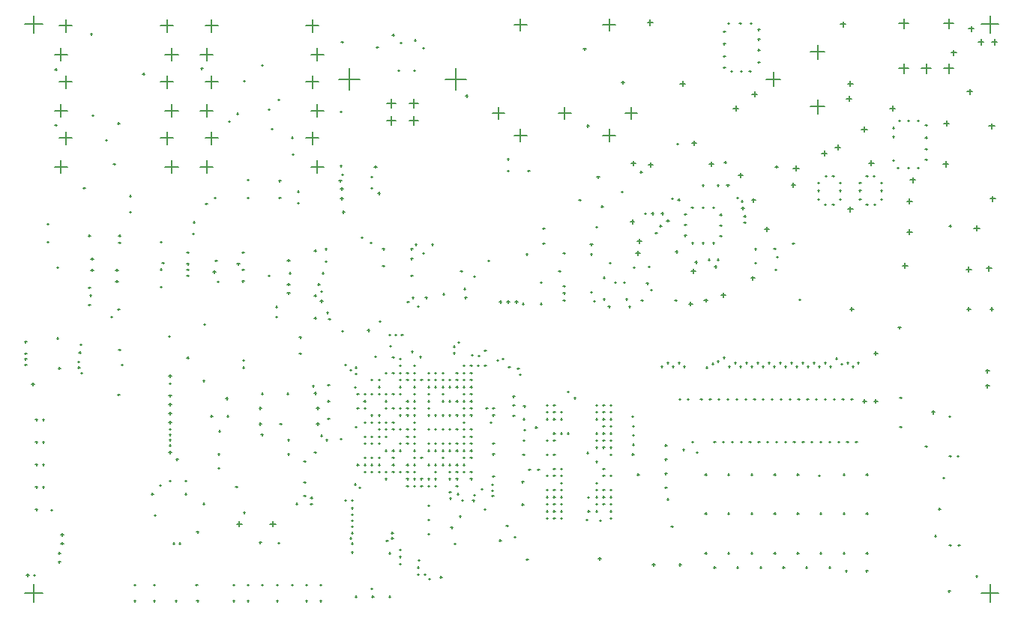
<source format=gbr>
G04 Layer_Color=128*
%FSLAX45Y45*%
%MOMM*%
%TF.FileFunction,Drillmap*%
%TF.Part,Single*%
G01*
G75*
%TA.AperFunction,NonConductor*%
%ADD220C,0.12700*%
D220*
X2749999Y13400000D02*
X2949999D01*
X2849999Y13300000D02*
Y13500000D01*
X13550000Y13400000D02*
X13750000D01*
X13650000Y13300000D02*
Y13500000D01*
X13550000Y6969999D02*
X13750000D01*
X13650000Y6869999D02*
Y7069999D01*
X2749999Y6969999D02*
X2949999D01*
X2849999Y6869999D02*
Y7069999D01*
X3084999Y11790001D02*
X3229999D01*
X3157499Y11717501D02*
Y11862501D01*
X3084999Y13060001D02*
X3229999D01*
X3157499Y12987502D02*
Y13132501D01*
X3084999Y12425001D02*
X3229999D01*
X3157499Y12352501D02*
Y12497501D01*
X3140000Y13385001D02*
X3285000D01*
X3212500Y13312502D02*
Y13457501D01*
X3140000Y12750001D02*
X3285000D01*
X3212500Y12677501D02*
Y12822501D01*
X4279999Y12115001D02*
X4424999D01*
X4352499Y12042501D02*
Y12187501D01*
X4279999Y12750001D02*
X4424999D01*
X4352499Y12677501D02*
Y12822501D01*
X3140000Y12115001D02*
X3285000D01*
X3212500Y12042501D02*
Y12187501D01*
X4279999Y13385001D02*
X4424999D01*
X4352499Y13312502D02*
Y13457501D01*
X4334999Y11790001D02*
X4479999D01*
X4407499Y11717501D02*
Y11862501D01*
X4334999Y12425001D02*
X4479999D01*
X4407499Y12352501D02*
Y12497501D01*
X4334999Y13060001D02*
X4479999D01*
X4407499Y12987502D02*
Y13132501D01*
X4730000Y11790001D02*
X4875000D01*
X4802500Y11717501D02*
Y11862501D01*
X4730000Y13060001D02*
X4875000D01*
X4802500Y12987502D02*
Y13132501D01*
X4730000Y12425001D02*
X4875000D01*
X4802500Y12352501D02*
Y12497501D01*
X4785000Y13385001D02*
X4930000D01*
X4857500Y13312502D02*
Y13457501D01*
X4785000Y12750001D02*
X4930000D01*
X4857500Y12677501D02*
Y12822501D01*
X5925000Y12115001D02*
X6070000D01*
X5997500Y12042501D02*
Y12187501D01*
X5925000Y12750001D02*
X6070000D01*
X5997500Y12677501D02*
Y12822501D01*
X4785000Y12115001D02*
X4930000D01*
X4857500Y12042501D02*
Y12187501D01*
X5925000Y13385001D02*
X6070000D01*
X5997500Y13312502D02*
Y13457501D01*
X5980000Y11790001D02*
X6125000D01*
X6052500Y11717501D02*
Y11862501D01*
X5980000Y12425001D02*
X6125000D01*
X6052500Y12352501D02*
Y12497501D01*
X5980000Y13060001D02*
X6125000D01*
X6052500Y12987502D02*
Y13132501D01*
X7497501Y12780001D02*
X7737501D01*
X7617501Y12660001D02*
Y12900002D01*
X6293502Y12780001D02*
X6533502D01*
X6413502Y12660001D02*
Y12900002D01*
X6840501Y12509001D02*
X6940501D01*
X6890501Y12459001D02*
Y12559001D01*
X7090501Y12509001D02*
X7190501D01*
X7140501Y12459001D02*
Y12559001D01*
X6840501Y12309001D02*
X6940501D01*
X6890501Y12259001D02*
Y12359000D01*
X7090501Y12309001D02*
X7190501D01*
X7140501Y12259001D02*
Y12359000D01*
X8277501Y13395001D02*
X8417501D01*
X8347501Y13325002D02*
Y13465001D01*
X9277501Y13395001D02*
X9417501D01*
X9347501Y13325002D02*
Y13465001D01*
X9277501Y12145001D02*
X9417501D01*
X9347501Y12075001D02*
Y12215000D01*
X8277501Y12145001D02*
X8417501D01*
X8347501Y12075001D02*
Y12215000D01*
X8027501Y12395001D02*
X8167501D01*
X8097501Y12325001D02*
Y12465000D01*
X9527501Y12395001D02*
X9667501D01*
X9597501Y12325001D02*
Y12465000D01*
X8777501Y12395001D02*
X8917501D01*
X8847501Y12325001D02*
Y12465000D01*
X11124300Y12779100D02*
X11284300D01*
X11204300Y12699100D02*
Y12859100D01*
X11624300Y12469100D02*
X11784300D01*
X11704300Y12389100D02*
Y12549100D01*
X11624300Y13089101D02*
X11784300D01*
X11704300Y13009100D02*
Y13169099D01*
X13129301Y13409099D02*
X13239302D01*
X13184302Y13354100D02*
Y13464099D01*
X12875302Y12901099D02*
X12985303D01*
X12930302Y12846100D02*
Y12956099D01*
X12621302Y12901099D02*
X12731302D01*
X12676302Y12846100D02*
Y12956099D01*
X12621302Y13409099D02*
X12731302D01*
X12676302Y13354100D02*
Y13464099D01*
X13129301Y12901099D02*
X13239302D01*
X13184302Y12846100D02*
Y12956099D01*
X12989999Y9015000D02*
X13030000D01*
X13010001Y8995000D02*
Y9035000D01*
X3125000Y9512500D02*
X3155000D01*
X3140000Y9497500D02*
Y9527500D01*
X8717999Y8695508D02*
X8737999D01*
X8727999Y8685508D02*
Y8705508D01*
X6740018Y8419987D02*
X6760018D01*
X6750018Y8409987D02*
Y8429987D01*
X6660018Y8419987D02*
X6680018D01*
X6670018Y8409987D02*
Y8429987D01*
X6580018Y8419987D02*
X6600018D01*
X6590018Y8409987D02*
Y8429987D01*
X6500018Y8419987D02*
X6520018D01*
X6510018Y8409987D02*
Y8429987D01*
X8636300Y8697202D02*
X8656300D01*
X8646300Y8687202D02*
Y8707202D01*
X7122500Y10310000D02*
X7142500D01*
X7132500Y10300000D02*
Y10320000D01*
X7272500Y10310000D02*
X7292500D01*
X7282500Y10300000D02*
Y10320000D01*
X7157500Y10910000D02*
X7177500D01*
X7167500Y10900000D02*
Y10920000D01*
X7342500Y10910000D02*
X7362500D01*
X7352500Y10900000D02*
Y10920000D01*
X12417500Y11420000D02*
X12437500D01*
X12427500Y11410000D02*
Y11430000D01*
X12417500Y11520000D02*
X12437500D01*
X12427500Y11510000D02*
Y11530000D01*
X12417500Y11610000D02*
X12437500D01*
X12427500Y11600000D02*
Y11620000D01*
X12332500Y11685000D02*
X12352500D01*
X12342500Y11675000D02*
Y11695000D01*
X12250000Y11685000D02*
X12270000D01*
X12260000Y11675000D02*
Y11695000D01*
X12172500Y11610000D02*
X12192500D01*
X12182500Y11600000D02*
Y11620000D01*
X12172500Y11520000D02*
X12192500D01*
X12182500Y11510000D02*
Y11530000D01*
X12250000Y11360000D02*
X12270000D01*
X12260000Y11350000D02*
Y11370000D01*
X12340000Y11360000D02*
X12360000D01*
X12350000Y11350000D02*
Y11370000D01*
X12172500Y11420000D02*
X12192500D01*
X12182500Y11410000D02*
Y11430000D01*
X7115000Y9700000D02*
X7135000D01*
X7125000Y9690000D02*
Y9710000D01*
X11947500Y11420000D02*
X11967500D01*
X11957500Y11410000D02*
Y11430000D01*
X11210000Y10865530D02*
X11230000D01*
X11220000Y10855530D02*
Y10875530D01*
X8717963Y7895541D02*
X8737963D01*
X8727963Y7885541D02*
Y7905541D01*
X8637963Y7895541D02*
X8657963D01*
X8647963Y7885541D02*
Y7905541D01*
X9278000Y8935500D02*
X9298000D01*
X9288000Y8925500D02*
Y8945500D01*
X9197993Y8615492D02*
X9217993D01*
X9207993Y8605492D02*
Y8625492D01*
X9197963Y8455542D02*
X9217963D01*
X9207963Y8445542D02*
Y8465542D01*
X9277961Y8375502D02*
X9297961D01*
X9287961Y8365502D02*
Y8385502D01*
X7700000Y8900000D02*
X7720000D01*
X7710000Y8890000D02*
Y8910000D01*
X8385500Y8816500D02*
X8405500D01*
X8395500Y8806500D02*
Y8826500D01*
X6980000Y7460000D02*
X7000000D01*
X6990000Y7450000D02*
Y7470000D01*
X6980000Y7380000D02*
X7000000D01*
X6990000Y7370000D02*
Y7390000D01*
X6980000Y7300000D02*
X7000000D01*
X6990000Y7290000D02*
Y7310000D01*
X5400000Y7540000D02*
X5420000D01*
X5410000Y7530000D02*
Y7550000D01*
X5610000Y7537500D02*
X5630000D01*
X5620000Y7527500D02*
Y7547500D01*
X5977500Y8047500D02*
X5997500D01*
X5987500Y8037500D02*
Y8057500D01*
X6360000Y8020000D02*
X6380000D01*
X6370000Y8010000D02*
Y8030000D01*
X6440000Y8020000D02*
X6460000D01*
X6450000Y8010000D02*
Y8030000D01*
X6440000Y7930000D02*
X6460000D01*
X6450000Y7920000D02*
Y7940000D01*
X5975000Y7977500D02*
X5995000D01*
X5985000Y7967500D02*
Y7987500D01*
X5900000Y8070000D02*
X5920000D01*
X5910000Y8060000D02*
Y8080000D01*
X6470000Y8200000D02*
X6490000D01*
X6480000Y8190000D02*
Y8210000D01*
X8261400Y9191900D02*
X8281400D01*
X8271400Y9181900D02*
Y9201900D01*
X8515000Y8842500D02*
X8535000D01*
X8525000Y8832500D02*
Y8852500D01*
X8005000Y8900000D02*
X8025000D01*
X8015000Y8890000D02*
Y8910000D01*
X8439208Y8366661D02*
X8459208D01*
X8449208Y8356661D02*
Y8376661D01*
X8540736Y8366661D02*
X8560735D01*
X8550736Y8356661D02*
Y8376661D01*
X6580000Y9220000D02*
X6600000D01*
X6590000Y9210000D02*
Y9230000D01*
X6500000Y9220000D02*
X6520000D01*
X6510000Y9210000D02*
Y9230000D01*
X9607500Y8537500D02*
X9627500D01*
X9617500Y8527500D02*
Y8547500D01*
X9237982Y7790482D02*
X9257982D01*
X9247982Y7780482D02*
Y7800482D01*
X9198003Y7895541D02*
X9218003D01*
X9208003Y7885541D02*
Y7905541D01*
X9088003Y7798041D02*
X9108003D01*
X9098003Y7788041D02*
Y7808041D01*
X9108003Y7895541D02*
X9128003D01*
X9118003Y7885541D02*
Y7905541D01*
X8187500Y7731671D02*
X8207500D01*
X8197500Y7721671D02*
Y7741671D01*
X8638002Y9095500D02*
X8658002D01*
X8648002Y9085500D02*
Y9105500D01*
X9197961Y8215502D02*
X9217960D01*
X9207961Y8205502D02*
Y8225502D01*
X8797963Y8215541D02*
X8817963D01*
X8807963Y8205541D02*
Y8225541D01*
X9197961Y7975501D02*
X9217960D01*
X9207961Y7965501D02*
Y7985501D01*
X9277961Y7975501D02*
X9297961D01*
X9287961Y7965501D02*
Y7985501D01*
X9610000Y8649000D02*
X9630000D01*
X9620000Y8639000D02*
Y8659000D01*
X9615000Y8752500D02*
X9635000D01*
X9625000Y8742500D02*
Y8762500D01*
X9358000Y8695499D02*
X9378000D01*
X9368000Y8685500D02*
Y8705499D01*
X9278000Y8695499D02*
X9298000D01*
X9288000Y8685500D02*
Y8705499D01*
X8718002Y8535499D02*
X8738002D01*
X8728002Y8525499D02*
Y8545499D01*
X8718002Y8375542D02*
X8738002D01*
X8728002Y8365542D02*
Y8385542D01*
X7780000Y8820015D02*
X7800000D01*
X7790000Y8810015D02*
Y8830015D01*
X8032726Y8540057D02*
X8052726D01*
X8042726Y8530057D02*
Y8550057D01*
X7779984Y8740016D02*
X7799984D01*
X7789984Y8730016D02*
Y8750016D01*
X8032800Y8660000D02*
X8052800D01*
X8042800Y8650000D02*
Y8670000D01*
X8797963Y7815541D02*
X8817963D01*
X8807963Y7805541D02*
Y7825541D01*
X8377000Y8696000D02*
X8397000D01*
X8387000Y8686000D02*
Y8706000D01*
X11220500Y10628000D02*
X11240500D01*
X11230500Y10618000D02*
Y10638000D01*
X8377400Y8936300D02*
X8397400D01*
X8387400Y8926300D02*
Y8946300D01*
X9055000Y13120000D02*
X9085000D01*
X9070000Y13105000D02*
Y13135001D01*
X9095000Y12250000D02*
X9125000D01*
X9110000Y12235000D02*
Y12265000D01*
X9260000Y11340000D02*
X9280000D01*
X9270000Y11330000D02*
Y11350000D01*
X9490000Y12745000D02*
X9520000D01*
X9505000Y12730000D02*
Y12760000D01*
X4790000Y11370000D02*
X4810000D01*
X4800000Y11360000D02*
Y11380000D01*
X5260000Y11640000D02*
X5280000D01*
X5270000Y11630000D02*
Y11650000D01*
X9790000Y10660000D02*
X9810000D01*
X9800000Y10650000D02*
Y10670000D01*
X13180000Y6990100D02*
X13200000D01*
X13189999Y6980100D02*
Y7000100D01*
X13489999Y7160000D02*
X13510001D01*
X13500000Y7150000D02*
Y7170000D01*
X9225000Y7360000D02*
X9255000D01*
X9240000Y7345000D02*
Y7375000D01*
X10000000Y8030000D02*
X10020000D01*
X10010000Y8020000D02*
Y8040000D01*
X9409981Y10479979D02*
X9429981D01*
X9419981Y10469979D02*
Y10489979D01*
X9620000Y10650000D02*
X9640000D01*
X9630000Y10640000D02*
Y10660000D01*
X6750000Y10040000D02*
X6770000D01*
X6760000Y10030000D02*
Y10050000D01*
X6860000Y9890000D02*
X6880000D01*
X6870000Y9880000D02*
Y9900000D01*
X9135000Y10910000D02*
X9165000D01*
X9150000Y10895000D02*
Y10925000D01*
X9200000Y11110000D02*
X9220000D01*
X9210000Y11100000D02*
Y11120000D01*
X8600000Y11090000D02*
X8620000D01*
X8610000Y11080000D02*
Y11100000D01*
X8600000Y10920000D02*
X8620000D01*
X8610000Y10910000D02*
Y10930000D01*
X8410000Y10800000D02*
X8430000D01*
X8420000Y10790000D02*
Y10810000D01*
X6020000Y8560000D02*
X6040000D01*
X6030000Y8550000D02*
Y8570000D01*
X6480000Y8850000D02*
X6500000D01*
X6490000Y8840000D02*
Y8860000D01*
X6420000Y9490000D02*
X6440000D01*
X6430000Y9480000D02*
Y9500000D01*
X6360000Y9550000D02*
X6380000D01*
X6370000Y9540000D02*
Y9560000D01*
X6820000Y8260000D02*
X6840000D01*
X6830000Y8250000D02*
Y8270000D01*
X6820000Y8340000D02*
X6840000D01*
X6830000Y8330000D02*
Y8350000D01*
X6900000Y8340000D02*
X6920000D01*
X6910000Y8330000D02*
Y8350000D01*
X6979948Y8340051D02*
X6999948D01*
X6989948Y8330051D02*
Y8350051D01*
X9835000Y7290000D02*
X9865000D01*
X9850000Y7275000D02*
Y7305000D01*
X10135000Y7290000D02*
X10165000D01*
X10150000Y7275000D02*
Y7305000D01*
X6700000Y9645000D02*
X6720000D01*
X6710000Y9635000D02*
Y9655000D01*
X6740000Y8660000D02*
X6760000D01*
X6750000Y8650000D02*
Y8670000D01*
X6820000Y8740000D02*
X6840000D01*
X6830000Y8730000D02*
Y8750000D01*
X6580000Y8740000D02*
X6600000D01*
X6590000Y8730000D02*
Y8750000D01*
X6820000Y8820000D02*
X6840000D01*
X6830000Y8810000D02*
Y8830000D01*
X5204839Y10495000D02*
X5224839D01*
X5214839Y10485000D02*
Y10505000D01*
X9140000Y10800000D02*
X9160000D01*
X9150000Y10790000D02*
Y10810000D01*
X8363000Y7970500D02*
X8383000D01*
X8373000Y7960500D02*
Y7980500D01*
X7619999Y8820000D02*
X7639999D01*
X7629999Y8810000D02*
Y8830000D01*
X9277961Y8295502D02*
X9297961D01*
X9287961Y8285502D02*
Y8305502D01*
X8797960Y8775542D02*
X8817960D01*
X8807960Y8765542D02*
Y8785542D01*
X8717960Y8775500D02*
X8737960D01*
X8727960Y8765500D02*
Y8785500D01*
X9605000Y8967500D02*
X9625000D01*
X9615000Y8957500D02*
Y8977500D01*
X9610000Y8855000D02*
X9630000D01*
X9620000Y8845000D02*
Y8865000D01*
X4370000Y9870000D02*
X4390000D01*
X4380000Y9860000D02*
Y9880000D01*
X4770000Y10010000D02*
X4790000D01*
X4780000Y10000000D02*
Y10020000D01*
X5715001Y10459999D02*
X5745001D01*
X5730001Y10444999D02*
Y10474999D01*
X5715000Y10359999D02*
X5745000D01*
X5730000Y10344999D02*
Y10374999D01*
X5210000Y9520000D02*
X5230000D01*
X5220000Y9510000D02*
Y9530000D01*
X5210000Y9600000D02*
X5230000D01*
X5220000Y9590000D02*
Y9610000D01*
X6000000Y9310000D02*
X6020000D01*
X6010000Y9300000D02*
Y9320000D01*
X5830000Y11510000D02*
X5850000D01*
X5840000Y11500000D02*
Y11520000D01*
X5715000Y10730000D02*
X5745000D01*
X5730000Y10715000D02*
Y10745000D01*
X10380000Y9160001D02*
X10400000D01*
X10390000Y9150001D02*
Y9170001D01*
X10698000Y9530000D02*
X10718000D01*
X10708000Y9520000D02*
Y9540000D01*
X10444000Y9520000D02*
X10464000D01*
X10454000Y9510000D02*
Y9530000D01*
X10507500Y9562000D02*
X10527500D01*
X10517500Y9552000D02*
Y9572000D01*
X10571000Y9590000D02*
X10591000D01*
X10581000Y9580000D02*
Y9600000D01*
X10634500Y9632000D02*
X10654500D01*
X10644500Y9622000D02*
Y9642000D01*
X7940000Y9710000D02*
X7960000D01*
X7950000Y9700000D02*
Y9720000D01*
X7790000Y9660000D02*
X7810000D01*
X7800000Y9650000D02*
Y9670000D01*
X7700000Y9540000D02*
X7720000D01*
X7710000Y9530000D02*
Y9550000D01*
X5590000Y6880000D02*
X5610000D01*
X5600000Y6870000D02*
Y6890000D01*
X4200000Y6880000D02*
X4220000D01*
X4210000Y6870000D02*
Y6890000D01*
X3980000Y6880000D02*
X4000000D01*
X3990000Y6870000D02*
Y6890000D01*
X6080000Y6880000D02*
X6100000D01*
X6090000Y6870000D02*
Y6890000D01*
X5920000Y6880000D02*
X5940000D01*
X5930000Y6870000D02*
Y6890000D01*
X5260000Y6880000D02*
X5280000D01*
X5270000Y6870000D02*
Y6890000D01*
X5100000Y6880000D02*
X5120000D01*
X5110000Y6870000D02*
Y6890000D01*
X4690000Y6880000D02*
X4710000D01*
X4700000Y6870000D02*
Y6890000D01*
X4450000Y6880000D02*
X4470000D01*
X4460000Y6870000D02*
Y6890000D01*
X7780019Y9380018D02*
X7800019D01*
X7790019Y9370018D02*
Y9390018D01*
X7939986Y9539981D02*
X7959986D01*
X7949986Y9529981D02*
Y9549981D01*
X7700001Y8500000D02*
X7720001D01*
X7710001Y8490000D02*
Y8510000D01*
X7700001Y8420000D02*
X7720001D01*
X7710001Y8410000D02*
Y8430000D01*
X7780000Y8980000D02*
X7800000D01*
X7790000Y8970000D02*
Y8990000D01*
X7700001Y8980000D02*
X7720001D01*
X7710001Y8970000D02*
Y8990000D01*
X7700001Y9060000D02*
X7720001D01*
X7710001Y9050000D02*
Y9070000D01*
X7780000Y9060000D02*
X7800000D01*
X7790000Y9050000D02*
Y9070000D01*
X9667000Y8310000D02*
X9687000D01*
X9677000Y8300000D02*
Y8320000D01*
X8372900Y8534800D02*
X8392900D01*
X8382900Y8524800D02*
Y8544800D01*
X8381200Y9081400D02*
X8401200D01*
X8391200Y9071400D02*
Y9091400D01*
X8362988Y8226961D02*
X8382988D01*
X8372988Y8216961D02*
Y8236961D01*
X9358000Y9095500D02*
X9378000D01*
X9368000Y9085500D02*
Y9105500D01*
X9278000Y9015500D02*
X9298000D01*
X9288000Y9005500D02*
Y9025500D01*
X9358000Y9015500D02*
X9378000D01*
X9368000Y9005500D02*
Y9025500D01*
X9198000Y8775500D02*
X9218000D01*
X9208000Y8765500D02*
Y8785500D01*
X9198000Y8695499D02*
X9218000D01*
X9208000Y8685500D02*
Y8705499D01*
X9357961Y8135502D02*
X9377961D01*
X9367961Y8125502D02*
Y8145502D01*
X9277961Y8135502D02*
X9297961D01*
X9287961Y8125502D02*
Y8145502D01*
X9197961Y8055502D02*
X9217960D01*
X9207961Y8045502D02*
Y8065502D01*
X9277961Y8055502D02*
X9297961D01*
X9287961Y8045502D02*
Y8065502D01*
X9357961Y8055502D02*
X9377961D01*
X9367961Y8045502D02*
Y8065502D01*
X9357961Y7975501D02*
X9377961D01*
X9367961Y7965501D02*
Y7985501D01*
X9357961Y7895501D02*
X9377961D01*
X9367961Y7885501D02*
Y7905501D01*
X9357961Y7815501D02*
X9377961D01*
X9367961Y7805501D02*
Y7825501D01*
X8637963Y7815541D02*
X8657963D01*
X8647963Y7805541D02*
Y7825541D01*
X8797963Y7895541D02*
X8817963D01*
X8807963Y7885541D02*
Y7905541D01*
X8717963Y7975541D02*
X8737963D01*
X8727963Y7965541D02*
Y7985541D01*
X8637963Y7975541D02*
X8657963D01*
X8647963Y7965541D02*
Y7985541D01*
X8637963Y8055541D02*
X8657963D01*
X8647963Y8045541D02*
Y8065541D01*
X8717963Y8055541D02*
X8737963D01*
X8727963Y8045541D02*
Y8065541D01*
X8797963Y8135541D02*
X8817963D01*
X8807963Y8125541D02*
Y8145541D01*
X8717963Y8135541D02*
X8737963D01*
X8727963Y8125541D02*
Y8145541D01*
X8637963Y8135541D02*
X8657963D01*
X8647963Y8125541D02*
Y8145541D01*
X8797963Y8055541D02*
X8817963D01*
X8807963Y8045541D02*
Y8065541D01*
X8637963Y8295541D02*
X8657963D01*
X8647963Y8285541D02*
Y8305541D01*
X8717963Y8295541D02*
X8737963D01*
X8727963Y8285541D02*
Y8305541D01*
X8877960Y8775500D02*
X8897960D01*
X8887960Y8765500D02*
Y8785500D01*
X8638002Y8935500D02*
X8658002D01*
X8648002Y8925500D02*
Y8945500D01*
X8638002Y9015500D02*
X8658002D01*
X8648002Y9005500D02*
Y9025500D01*
X8718002Y9015500D02*
X8738002D01*
X8728002Y9005500D02*
Y9025500D01*
X8798002Y8935500D02*
X8818002D01*
X8808002Y8925500D02*
Y8945500D01*
X8798002Y9015500D02*
X8818002D01*
X8808002Y9005500D02*
Y9025500D01*
X8638002Y8535499D02*
X8658002D01*
X8648002Y8525499D02*
Y8545499D01*
X8797963Y7975541D02*
X8817963D01*
X8807963Y7965541D02*
Y7985541D01*
X8032800Y8290500D02*
X8052800D01*
X8042800Y8280500D02*
Y8300500D01*
X8261401Y8976166D02*
X8281401D01*
X8271401Y8966166D02*
Y8986166D01*
X8718002Y8935500D02*
X8738002D01*
X8728002Y8925500D02*
Y8945500D01*
X8276199Y7604661D02*
X8296199D01*
X8286199Y7594661D02*
Y7614661D01*
X8032765Y8979899D02*
X8052765D01*
X8042765Y8969899D02*
Y8989899D01*
X9198000Y9095500D02*
X9218000D01*
X9208000Y9085500D02*
Y9105500D01*
X9278000Y9095500D02*
X9298000D01*
X9288000Y9085500D02*
Y9105500D01*
X8261375Y9095540D02*
X8281375D01*
X8271375Y9085540D02*
Y9105540D01*
X9278000Y8615499D02*
X9298000D01*
X9288000Y8605499D02*
Y8625499D01*
X9358000Y8535499D02*
X9378000D01*
X9368000Y8525499D02*
Y8545499D01*
X9358000Y8615499D02*
X9378000D01*
X9368000Y8605499D02*
Y8625499D01*
X9278000Y8855500D02*
X9298000D01*
X9288000Y8845500D02*
Y8865500D01*
X9358000Y8775500D02*
X9378000D01*
X9368000Y8765500D02*
Y8785500D01*
X9278000Y8775500D02*
X9298000D01*
X9288000Y8765500D02*
Y8785500D01*
X7699986Y9219982D02*
X7719986D01*
X7709986Y9209982D02*
Y9229982D01*
X7780000Y9220000D02*
X7800000D01*
X7790000Y9210000D02*
Y9230000D01*
X7780000Y8500000D02*
X7800000D01*
X7790000Y8490000D02*
Y8510000D01*
X7700000Y8580000D02*
X7720000D01*
X7710000Y8570000D02*
Y8590000D01*
X7779986Y9139982D02*
X7799986D01*
X7789986Y9129982D02*
Y9149982D01*
X7700000Y9300000D02*
X7720000D01*
X7710000Y9290000D02*
Y9310000D01*
X7780000Y8580000D02*
X7800000D01*
X7790000Y8570000D02*
Y8590000D01*
X7060000Y8660000D02*
X7080000D01*
X7070000Y8650000D02*
Y8670000D01*
X7140000Y8820000D02*
X7160000D01*
X7150000Y8810000D02*
Y8830000D01*
X7140000Y8900000D02*
X7160000D01*
X7150000Y8890000D02*
Y8910000D01*
X7140000Y8660000D02*
X7160000D01*
X7150000Y8650000D02*
Y8670000D01*
X7300000Y8660000D02*
X7320000D01*
X7310000Y8650000D02*
Y8670000D01*
X7380000Y8660000D02*
X7400000D01*
X7390000Y8650000D02*
Y8670000D01*
X7300000Y8820000D02*
X7320000D01*
X7310000Y8810000D02*
Y8830000D01*
X6740000Y8980000D02*
X6760000D01*
X6750000Y8970000D02*
Y8990000D01*
X7060000Y8980000D02*
X7080000D01*
X7070000Y8970000D02*
Y8990000D01*
X7140000Y8980000D02*
X7160000D01*
X7150000Y8970000D02*
Y8990000D01*
X7140000Y9220000D02*
X7160000D01*
X7150000Y9210000D02*
Y9230000D01*
X7300000Y9140000D02*
X7320000D01*
X7310000Y9130000D02*
Y9150000D01*
X7620000Y8180000D02*
X7640000D01*
X7630000Y8170000D02*
Y8190000D01*
X7460000Y8820000D02*
X7480000D01*
X7470000Y8810000D02*
Y8830000D01*
X7460000Y8980000D02*
X7480000D01*
X7470000Y8970000D02*
Y8990000D01*
X7540000Y8820000D02*
X7560000D01*
X7550000Y8810000D02*
Y8830000D01*
X7460000Y9140000D02*
X7480000D01*
X7470000Y9130000D02*
Y9150000D01*
X6739988Y8819982D02*
X6759988D01*
X6749988Y8809982D02*
Y8829982D01*
X7219987Y8499983D02*
X7239987D01*
X7229987Y8489983D02*
Y8509983D01*
X7460000Y8580000D02*
X7480000D01*
X7470000Y8570000D02*
Y8590000D01*
X6980000Y8660000D02*
X7000000D01*
X6990000Y8650000D02*
Y8670000D01*
X7700000Y8820000D02*
X7720000D01*
X7710000Y8810000D02*
Y8830000D01*
X7300000Y8420000D02*
X7320000D01*
X7310000Y8410000D02*
Y8430000D01*
X7459986Y9459981D02*
X7479986D01*
X7469986Y9449981D02*
Y9469981D01*
X7620000Y8420000D02*
X7640000D01*
X7630000Y8410000D02*
Y8430000D01*
X6980000Y8820000D02*
X7000000D01*
X6990000Y8810000D02*
Y8830000D01*
X7140000Y8740000D02*
X7160000D01*
X7150000Y8730000D02*
Y8750000D01*
X7459983Y8659983D02*
X7479983D01*
X7469983Y8649983D02*
Y8669983D01*
X7620000Y8260000D02*
X7640000D01*
X7630000Y8250000D02*
Y8270000D01*
X7699986Y9459981D02*
X7719986D01*
X7709986Y9449981D02*
Y9469981D01*
X7379987Y8579983D02*
X7399986D01*
X7389986Y8569983D02*
Y8589983D01*
X6900000Y8420000D02*
X6920000D01*
X6910000Y8410000D02*
Y8430000D01*
X7780000Y8340000D02*
X7800000D01*
X7790000Y8330000D02*
Y8350000D01*
X6820000Y8580000D02*
X6840000D01*
X6830000Y8570000D02*
Y8590000D01*
X6820000Y9060000D02*
X6840000D01*
X6830000Y9050000D02*
Y9070000D01*
X6980000Y9300000D02*
X7000000D01*
X6990000Y9290000D02*
Y9310000D01*
X7140000Y8500000D02*
X7160000D01*
X7150000Y8490000D02*
Y8510000D01*
X7140000Y9300000D02*
X7160000D01*
X7150000Y9290000D02*
Y9310000D01*
X7380000Y9300000D02*
X7400000D01*
X7390000Y9290000D02*
Y9310000D01*
X7460000Y9300000D02*
X7480000D01*
X7470000Y9290000D02*
Y9310000D01*
X7539981Y9299981D02*
X7559981D01*
X7549981Y9289981D02*
Y9309981D01*
X7620000Y9300000D02*
X7640000D01*
X7630000Y9290000D02*
Y9310000D01*
X7699986Y9139982D02*
X7719986D01*
X7709986Y9129982D02*
Y9149982D01*
X7059987Y8259983D02*
X7079987D01*
X7069987Y8249983D02*
Y8269983D01*
X7059987Y8419983D02*
X7079987D01*
X7069987Y8409983D02*
Y8429983D01*
X7380000Y8420000D02*
X7400000D01*
X7390000Y8410000D02*
Y8430000D01*
X7700000Y8340000D02*
X7720000D01*
X7710000Y8330000D02*
Y8350000D01*
X7460000Y8420000D02*
X7480000D01*
X7470000Y8410000D02*
Y8430000D01*
X6579988Y8339987D02*
X6599988D01*
X6589988Y8329987D02*
Y8349987D01*
X7140000Y8340000D02*
X7160000D01*
X7150000Y8330000D02*
Y8350000D01*
X7540000Y8260000D02*
X7560000D01*
X7550000Y8250000D02*
Y8270000D01*
X6660000Y9220000D02*
X6680000D01*
X6670000Y9210000D02*
Y9230000D01*
X6900000Y8500000D02*
X6920000D01*
X6910000Y8490000D02*
Y8510000D01*
X6899987Y8899982D02*
X6919987D01*
X6909987Y8889982D02*
Y8909982D01*
X7300000Y9300000D02*
X7320000D01*
X7310000Y9290000D02*
Y9310000D01*
X7620000Y8340000D02*
X7640000D01*
X7630000Y8330000D02*
Y8350000D01*
X6659988Y8339987D02*
X6679988D01*
X6669988Y8329987D02*
Y8349987D01*
X7620000Y8980000D02*
X7640000D01*
X7630000Y8970000D02*
Y8990000D01*
X7779986Y9299981D02*
X7799986D01*
X7789986Y9289981D02*
Y9309981D01*
X7140000Y8420000D02*
X7160000D01*
X7150000Y8410000D02*
Y8430000D01*
X7060000Y8820000D02*
X7080000D01*
X7070000Y8810000D02*
Y8830000D01*
X7220000Y8260000D02*
X7240000D01*
X7230000Y8250000D02*
Y8270000D01*
X6980000Y9060000D02*
X7000000D01*
X6990000Y9050000D02*
Y9070000D01*
X7300000Y8980000D02*
X7320000D01*
X7310000Y8970000D02*
Y8990000D01*
X7380000Y8820000D02*
X7400000D01*
X7390000Y8810000D02*
Y8830000D01*
X6979987Y8979982D02*
X6999987D01*
X6989987Y8969982D02*
Y8989982D01*
X6900000Y9060000D02*
X6920000D01*
X6910000Y9050000D02*
Y9070000D01*
X7299987Y9219982D02*
X7319987D01*
X7309987Y9209982D02*
Y9229982D01*
X6820000Y8900000D02*
X6840000D01*
X6830000Y8890000D02*
Y8910000D01*
X6980000Y8580000D02*
X7000000D01*
X6990000Y8570000D02*
Y8590000D01*
X7620000Y9140000D02*
X7640000D01*
X7630000Y9130000D02*
Y9150000D01*
X7619986Y8579983D02*
X7639986D01*
X7629986Y8569983D02*
Y8589983D01*
X7700000Y8660000D02*
X7720000D01*
X7710000Y8650000D02*
Y8670000D01*
X7460000Y8500000D02*
X7480000D01*
X7470000Y8490000D02*
Y8510000D01*
X6900000Y8580000D02*
X6920000D01*
X6910000Y8570000D02*
Y8590000D01*
X6900000Y8819999D02*
X6920000D01*
X6910000Y8809999D02*
Y8829999D01*
X7140000Y8580000D02*
X7160000D01*
X7150000Y8570000D02*
Y8590000D01*
X7300000Y9060000D02*
X7320000D01*
X7310000Y9050000D02*
Y9070000D01*
X7140000Y9140000D02*
X7160000D01*
X7150000Y9130000D02*
Y9150000D01*
X7539986Y8659983D02*
X7559986D01*
X7549986Y8649983D02*
Y8669983D01*
X7380000Y8980000D02*
X7400000D01*
X7390000Y8970000D02*
Y8990000D01*
X7540000Y8980000D02*
X7560000D01*
X7550000Y8970000D02*
Y8990000D01*
X7540000Y8420000D02*
X7560000D01*
X7550000Y8410000D02*
Y8430000D01*
X7540000Y8580000D02*
X7560000D01*
X7550000Y8570000D02*
Y8590000D01*
X7540000Y9140000D02*
X7560000D01*
X7550000Y9130000D02*
Y9150000D01*
X7620000Y8660000D02*
X7640000D01*
X7630000Y8650000D02*
Y8670000D01*
X7460000Y9220000D02*
X7480000D01*
X7470000Y9210000D02*
Y9230000D01*
X7700000Y8740000D02*
X7720000D01*
X7710000Y8730000D02*
Y8750000D01*
X7780000Y8260000D02*
X7800000D01*
X7790000Y8250000D02*
Y8270000D01*
X7540000Y8340000D02*
X7560000D01*
X7550000Y8330000D02*
Y8350000D01*
X7140017Y8179987D02*
X7160017D01*
X7150017Y8169987D02*
Y8189987D01*
X7379987Y8179983D02*
X7399987D01*
X7389987Y8169983D02*
Y8189983D01*
X7300017Y8179987D02*
X7320017D01*
X7310017Y8169987D02*
Y8189987D01*
X7220017Y8179987D02*
X7240017D01*
X7230017Y8169987D02*
Y8189987D01*
X7060017Y8179987D02*
X7080017D01*
X7070017Y8169987D02*
Y8189987D01*
X7545000Y8040000D02*
X7565000D01*
X7555000Y8030000D02*
Y8050000D01*
X7300000Y7960000D02*
X7320000D01*
X7310000Y7950000D02*
Y7970000D01*
X6830000Y7560000D02*
X6850000D01*
X6840000Y7550000D02*
Y7570000D01*
X6890000Y7650000D02*
X6910000D01*
X6900000Y7640000D02*
Y7660000D01*
X6890000Y7590000D02*
X6910000D01*
X6900000Y7580000D02*
Y7600000D01*
X7379987Y8259983D02*
X7399987D01*
X7389987Y8249983D02*
Y8269983D01*
X7300017Y8259957D02*
X7320017D01*
X7310017Y8249957D02*
Y8269957D01*
X7380000Y8340000D02*
X7400000D01*
X7390000Y8330000D02*
Y8350000D01*
X6860000Y7420000D02*
X6880000D01*
X6870000Y7410000D02*
Y7430000D01*
X6860000Y6930000D02*
X6880000D01*
X6870000Y6920000D02*
Y6940000D01*
X6670000Y6930000D02*
X6690000D01*
X6680000Y6920000D02*
Y6940000D01*
X6480000Y6930000D02*
X6500000D01*
X6490000Y6920000D02*
Y6940000D01*
X7139987Y8259983D02*
X7159987D01*
X7149987Y8249983D02*
Y8269983D01*
X6440000Y7430000D02*
X6460000D01*
X6450000Y7420000D02*
Y7440000D01*
X4270000Y8190000D02*
X4290000D01*
X4280000Y8180000D02*
Y8200000D01*
X4760000Y7980000D02*
X4780000D01*
X4770000Y7970000D02*
Y7990000D01*
X4455000Y8480000D02*
X4485000D01*
X4470000Y8465000D02*
Y8495000D01*
X4930000Y8380000D02*
X4950000D01*
X4940000Y8370000D02*
Y8390000D01*
X4380000Y9340000D02*
X4400000D01*
X4390000Y9330000D02*
Y9350000D01*
X12280000Y11830000D02*
X12340000D01*
X12310000Y11800000D02*
Y11860000D01*
X10517499Y11329999D02*
X10537499D01*
X10527499Y11319999D02*
Y11339999D01*
X10397499Y11329999D02*
X10417499D01*
X10407499Y11319999D02*
Y11339999D01*
X10277499Y11329999D02*
X10297499D01*
X10287499Y11319999D02*
Y11339999D01*
X10200000Y11012500D02*
X10220000D01*
X10210000Y11002500D02*
Y11022500D01*
X10200000Y11132500D02*
X10220000D01*
X10210000Y11122500D02*
Y11142500D01*
X10200000Y11252500D02*
X10220000D01*
X10210000Y11242500D02*
Y11262500D01*
X6330000Y11700000D02*
X6350000D01*
X6340000Y11690000D02*
Y11710000D01*
X6295000Y11630000D02*
X6325000D01*
X6310000Y11615000D02*
Y11645000D01*
X13389999Y12640000D02*
X13450000D01*
X13420000Y12610000D02*
Y12670000D01*
X10470000Y10740000D02*
X10490000D01*
X10480000Y10730000D02*
Y10750000D01*
X4420000Y7530000D02*
X4440000D01*
X4430000Y7520000D02*
Y7540000D01*
X4490000Y7530000D02*
X4510000D01*
X4500000Y7520000D02*
Y7540000D01*
X4875000Y10600000D02*
X4905000D01*
X4890000Y10585000D02*
Y10615000D01*
X4900000Y10730000D02*
X4920000D01*
X4910000Y10720000D02*
Y10740000D01*
X4920000Y10490000D02*
X4940000D01*
X4930000Y10480000D02*
Y10500000D01*
X4580000Y10690000D02*
X4600000D01*
X4590000Y10680000D02*
Y10700000D01*
X5145000Y10690000D02*
X5175000D01*
X5160000Y10675000D02*
Y10705000D01*
X5580000Y10090000D02*
X5600000D01*
X5590000Y10080000D02*
Y10100000D01*
X5580000Y10205999D02*
X5600000D01*
X5590000Y10195999D02*
Y10215999D01*
X6085000Y10270000D02*
X6115000D01*
X6100000Y10255000D02*
Y10285000D01*
X6140000Y10860000D02*
X6160000D01*
X6150000Y10850000D02*
Y10870000D01*
X6090000Y10380000D02*
X6110000D01*
X6100000Y10370000D02*
Y10390000D01*
X5735480Y10586999D02*
X5755480D01*
X5745480Y10576999D02*
Y10596999D01*
X6180000Y10068999D02*
X6200000D01*
X6190000Y10058999D02*
Y10078999D01*
X6315000Y11430000D02*
X6345000D01*
X6330000Y11415000D02*
Y11445000D01*
X6055000Y10459999D02*
X6085000D01*
X6070000Y10444999D02*
Y10474999D01*
X3345019Y9585019D02*
X3365019D01*
X3355019Y9575019D02*
Y9595019D01*
X3380000Y9460000D02*
X3400000D01*
X3390000Y9450000D02*
Y9470000D01*
X6310000Y12415000D02*
X6330000D01*
X6320000Y12405000D02*
Y12425000D01*
X6324338Y13199071D02*
X6344338D01*
X6334338Y13189070D02*
Y13209070D01*
X6310000Y11800000D02*
X6330000D01*
X6320000Y11790000D02*
Y11810000D01*
X6110000Y10586999D02*
X6130000D01*
X6120000Y10576999D02*
Y10596999D01*
X5204839Y10820000D02*
X5224839D01*
X5214839Y10810000D02*
Y10830000D01*
X6660000Y11550000D02*
X6680000D01*
X6670000Y11540000D02*
Y11560000D01*
X6660000Y11677000D02*
X6680000D01*
X6670000Y11667000D02*
Y11687000D01*
X12200000Y12210000D02*
X12260000D01*
X12230000Y12180000D02*
Y12240000D01*
X2750000Y9680000D02*
X2770000D01*
X2760000Y9670000D02*
Y9690000D01*
X2750000Y9550000D02*
X2770000D01*
X2760000Y9540000D02*
Y9560000D01*
X2750000Y9615000D02*
X2770000D01*
X2760000Y9605000D02*
Y9625000D01*
X2750000Y9810000D02*
X2770000D01*
X2760000Y9800000D02*
Y9820000D01*
X3720000Y10090000D02*
X3740000D01*
X3730000Y10080000D02*
Y10100000D01*
X3469999Y10423000D02*
X3489999D01*
X3479999Y10413000D02*
Y10433000D01*
X3000000Y11140000D02*
X3020000D01*
X3010000Y11130000D02*
Y11150000D01*
X4280000Y10630000D02*
X4300000D01*
X4290000Y10620000D02*
Y10640000D01*
X3750000Y11820000D02*
X3770000D01*
X3760000Y11810000D02*
Y11830000D01*
X3000000Y10940000D02*
X3020000D01*
X3010000Y10930000D02*
Y10950000D01*
X4280000Y10430000D02*
X4300000D01*
X4290000Y10420000D02*
Y10440000D01*
X3800000Y12280000D02*
X3820000D01*
X3810000Y12270000D02*
Y12290000D01*
X3930000Y11460000D02*
X3950000D01*
X3940000Y11450000D02*
Y11470000D01*
X3490000Y13289999D02*
X3510000D01*
X3500000Y13280000D02*
Y13300000D01*
X3660000Y12090000D02*
X3680000D01*
X3670000Y12080000D02*
Y12100000D01*
X4080000Y12839999D02*
X4100000D01*
X4090000Y12830000D02*
Y12850000D01*
X3510000Y12370000D02*
X3530000D01*
X3520000Y12360000D02*
Y12380000D01*
X3090000Y12889999D02*
X3110000D01*
X3100000Y12880000D02*
Y12900000D01*
X3809999Y11010000D02*
X3829999D01*
X3819999Y11000000D02*
Y11020000D01*
X8196959Y11745000D02*
X8216959D01*
X8206959Y11735000D02*
Y11755000D01*
X8196959Y11875000D02*
X8216959D01*
X8206959Y11865000D02*
Y11885000D01*
X8430000Y11745000D02*
X8450000D01*
X8440000Y11735000D02*
Y11755000D01*
X12750000Y11640000D02*
X12810001D01*
X12780000Y11610000D02*
Y11670000D01*
X13670000Y13200000D02*
X13730000D01*
X13700000Y13170000D02*
Y13230000D01*
X13380000Y10630000D02*
X13439999D01*
X13410001Y10600000D02*
Y10660000D01*
X12710000Y11050000D02*
X12770000D01*
X12740000Y11020000D02*
Y11080000D01*
X13650000Y11430000D02*
X13710001D01*
X13680000Y11400000D02*
Y11460000D01*
X13185001Y11120000D02*
X13214999D01*
X13200000Y11105000D02*
Y11135000D01*
X13470000Y11095000D02*
X13530000D01*
X13500000Y11065000D02*
Y11125000D01*
X11960000Y13400000D02*
X12020000D01*
X11990000Y13370000D02*
Y13430000D01*
X13120000Y11820000D02*
X13180000D01*
X13150000Y11790000D02*
Y11850000D01*
X13210001Y13080000D02*
X13270000D01*
X13239999Y13050000D02*
Y13110001D01*
X13130000Y12280000D02*
X13189999D01*
X13160001Y12250000D02*
Y12310000D01*
X11430000Y11770000D02*
X11490000D01*
X11460000Y11740000D02*
Y11800000D01*
X12550000Y12230000D02*
X12570000D01*
X12560000Y12220000D02*
Y12240000D01*
X12660000Y10670000D02*
X12720000D01*
X12690000Y10640000D02*
Y10700000D01*
X12710000Y11400000D02*
X12770000D01*
X12740000Y11370000D02*
Y11430000D01*
X12520000Y12450000D02*
X12580000D01*
X12550000Y12420000D02*
Y12480000D01*
X13639999Y12250000D02*
X13700000D01*
X13670000Y12220000D02*
Y12280000D01*
X13610001Y10640000D02*
X13670000D01*
X13639999Y10610000D02*
Y10670000D01*
X13520000Y13200000D02*
X13580000D01*
X13550000Y13170000D02*
Y13230000D01*
X13410001Y13350000D02*
X13470000D01*
X13439999Y13320000D02*
Y13380000D01*
X10750000Y12450000D02*
X10810000D01*
X10780000Y12420000D02*
Y12480000D01*
X12030000Y12560000D02*
X12090000D01*
X12060000Y12530000D02*
Y12590000D01*
X12040000Y12730000D02*
X12100000D01*
X12070000Y12700000D02*
Y12760000D01*
X12550000Y11860000D02*
X12570000D01*
X12560000Y11850000D02*
Y11870000D01*
X12550000Y12130000D02*
X12570000D01*
X12560000Y12120000D02*
Y12140000D01*
X12920000Y12120000D02*
X12939999D01*
X12930000Y12110000D02*
Y12130000D01*
X12920000Y11990000D02*
X12939999D01*
X12930000Y11980000D02*
Y12000000D01*
X12920000Y11870000D02*
X12939999D01*
X12930000Y11860000D02*
Y11880000D01*
X12920000Y12260000D02*
X12939999D01*
X12930000Y12250000D02*
Y12270000D01*
X12830000Y12310000D02*
X12850000D01*
X12839999Y12300000D02*
Y12320000D01*
X12720000Y12310000D02*
X12740000D01*
X12730000Y12300000D02*
Y12320000D01*
X12620000Y12310000D02*
X12640000D01*
X12630000Y12300000D02*
Y12320000D01*
X12720000Y11780000D02*
X12740000D01*
X12730000Y11770000D02*
Y11790000D01*
X12600000Y11780000D02*
X12620000D01*
X12610000Y11770000D02*
Y11790000D01*
X12830000Y11780000D02*
X12850000D01*
X12839999Y11770000D02*
Y11790000D01*
X10930000Y12870000D02*
X10950000D01*
X10940000Y12860001D02*
Y12880000D01*
X10830000Y12870000D02*
X10850000D01*
X10840000Y12860001D02*
Y12880000D01*
X10720000Y12870000D02*
X10740000D01*
X10730000Y12860001D02*
Y12880000D01*
X10640000Y13180000D02*
X10660000D01*
X10650000Y13170000D02*
Y13189999D01*
X10640000Y13039999D02*
X10660000D01*
X10650000Y13030000D02*
Y13050000D01*
X10640000Y12910001D02*
X10660000D01*
X10650000Y12900000D02*
Y12920000D01*
X10690000Y13410001D02*
X10710000D01*
X10700000Y13400000D02*
Y13420000D01*
X10820000Y13410001D02*
X10840000D01*
X10830000Y13400000D02*
Y13420000D01*
X10940000Y13410001D02*
X10960000D01*
X10950000Y13400000D02*
Y13420000D01*
X10399999Y10927499D02*
X10419999D01*
X10409999Y10917499D02*
Y10937499D01*
X10519999Y10927499D02*
X10539999D01*
X10529999Y10917499D02*
Y10937499D01*
X10279999Y10927499D02*
X10299999D01*
X10289999Y10917499D02*
Y10937499D01*
X10599999Y11007499D02*
X10619999D01*
X10609999Y10997499D02*
Y11017499D01*
X10599999Y11127499D02*
X10619999D01*
X10609999Y11117499D02*
Y11137499D01*
X10599999Y11247499D02*
X10619999D01*
X10609999Y11237499D02*
Y11257499D01*
X11750000Y11940000D02*
X11810000D01*
X11780000Y11910000D02*
Y11970000D01*
X11030000Y13339999D02*
X11050000D01*
X11040000Y13330000D02*
Y13350000D01*
X11030000Y13230000D02*
X11050000D01*
X11040000Y13220000D02*
Y13239999D01*
X11030000Y13110001D02*
X11050000D01*
X11040000Y13100000D02*
Y13120000D01*
X11030000Y12970000D02*
X11050000D01*
X11040000Y12960001D02*
Y12980000D01*
X10960000Y12610000D02*
X11020000D01*
X10990000Y12580000D02*
Y12640000D01*
X10150000Y12730000D02*
X10210000D01*
X10180000Y12700000D02*
Y12760000D01*
X12040000Y11310000D02*
X12100000D01*
X12070000Y11280000D02*
Y11340000D01*
X11780000Y11360000D02*
X11800000D01*
X11790000Y11350000D02*
Y11370000D01*
X11870000Y11360000D02*
X11890000D01*
X11880000Y11350000D02*
Y11370000D01*
X11947500Y11520000D02*
X11967500D01*
X11957500Y11510000D02*
Y11530000D01*
X11947500Y11610000D02*
X11967500D01*
X11957500Y11600000D02*
Y11620000D01*
X11870000Y11685000D02*
X11890000D01*
X11880000Y11675000D02*
Y11695000D01*
X11787500Y11685000D02*
X11807500D01*
X11797500Y11675000D02*
Y11695000D01*
X11702500Y11610000D02*
X11722500D01*
X11712500Y11600000D02*
Y11620000D01*
X11702500Y11520000D02*
X11722500D01*
X11712500Y11510000D02*
Y11530000D01*
X11702500Y11420000D02*
X11722500D01*
X11712500Y11410000D02*
Y11430000D01*
X11900000Y12009920D02*
X11960000D01*
X11930000Y11979920D02*
Y12039920D01*
X9780000Y13420000D02*
X9840000D01*
X9810000Y13389999D02*
Y13450000D01*
X13603000Y9480000D02*
X13642999D01*
X13623000Y9460000D02*
Y9500000D01*
X13603000Y9310000D02*
X13642999D01*
X13623000Y9290000D02*
Y9330000D01*
X13389999Y10180000D02*
X13430000D01*
X13410001Y10160000D02*
Y10200000D01*
X13650000Y10180000D02*
X13689999D01*
X13670000Y10160000D02*
Y10200000D01*
X10730000Y8680000D02*
X10750000D01*
X10740000Y8670000D02*
Y8690000D01*
X10630000Y8680000D02*
X10650000D01*
X10640000Y8670000D02*
Y8690000D01*
X4579999Y10820000D02*
X4599999D01*
X4589999Y10810000D02*
Y10830000D01*
X4579999Y10560000D02*
X4599999D01*
X4589999Y10550000D02*
Y10570000D01*
X5204839Y10625000D02*
X5224839D01*
X5214839Y10615000D02*
Y10635000D01*
X4740000Y12900000D02*
X4760000D01*
X4750000Y12889999D02*
Y12910001D01*
X5140000Y12390000D02*
X5160000D01*
X5150000Y12380000D02*
Y12400000D01*
X5420000Y12939999D02*
X5440000D01*
X5430000Y12930000D02*
Y12950000D01*
X5610000Y12550000D02*
X5630000D01*
X5620000Y12540000D02*
Y12560000D01*
X5760000Y12120000D02*
X5780000D01*
X5770000Y12110000D02*
Y12130000D01*
X5050000Y12300000D02*
X5070000D01*
X5060000Y12290000D02*
Y12310000D01*
X5260000Y11440000D02*
X5280000D01*
X5270000Y11430000D02*
Y11450000D01*
X5620000Y11440000D02*
X5640000D01*
X5630000Y11430000D02*
Y11450000D01*
X5530000Y12220000D02*
X5550000D01*
X5540000Y12210000D02*
Y12230000D01*
X5620000Y11630000D02*
X5640000D01*
X5630000Y11620000D02*
Y11640000D01*
X3410000Y11550000D02*
X3430000D01*
X3420000Y11540000D02*
Y11560000D01*
X4890000Y11440000D02*
X4910000D01*
X4900000Y11430000D02*
Y11450000D01*
X6020000Y10840999D02*
X6040000D01*
X6030000Y10830999D02*
Y10850999D01*
X6020000Y10078999D02*
X6040000D01*
X6030000Y10068999D02*
Y10088999D01*
X6659988Y8979982D02*
X6679988D01*
X6669988Y8969982D02*
Y8989982D01*
X7299987Y8579983D02*
X7319987D01*
X7309987Y8569983D02*
Y8589983D01*
X7060000Y8740000D02*
X7080000D01*
X7070000Y8730000D02*
Y8750000D01*
X6740000Y8500000D02*
X6760000D01*
X6750000Y8490000D02*
Y8510000D01*
X7779982Y9459981D02*
X7799982D01*
X7789982Y9449981D02*
Y9469981D01*
X4579999Y10625000D02*
X4599999D01*
X4589999Y10615000D02*
Y10635000D01*
X3355000Y9690000D02*
X3385000D01*
X3370000Y9675000D02*
Y9705000D01*
X2850000Y7170000D02*
X2870000D01*
X2860000Y7160000D02*
Y7180000D01*
X3930000Y11280000D02*
X3950000D01*
X3940000Y11270000D02*
Y11290000D01*
X2765000Y7172000D02*
X2795000D01*
X2780000Y7157000D02*
Y7187000D01*
X4200000Y7060000D02*
X4220000D01*
X4210000Y7050000D02*
Y7070000D01*
X3980000Y7060000D02*
X4000000D01*
X3990000Y7050000D02*
Y7070000D01*
X2870000Y8676000D02*
X2890000D01*
X2880000Y8666000D02*
Y8686000D01*
X2950000Y8168000D02*
X2970000D01*
X2960000Y8158000D02*
Y8178000D01*
X2870000Y8168000D02*
X2890000D01*
X2880000Y8158000D02*
Y8178000D01*
X2870000Y7914000D02*
X2890000D01*
X2880000Y7904000D02*
Y7924000D01*
X5100000Y7060000D02*
X5120000D01*
X5110000Y7050000D02*
Y7070000D01*
X5920000Y7060000D02*
X5940000D01*
X5930000Y7050000D02*
Y7070000D01*
X6080000Y7060000D02*
X6100000D01*
X6090000Y7050000D02*
Y7070000D01*
X5590000Y7060000D02*
X5610000D01*
X5600000Y7050000D02*
Y7070000D01*
X5760000Y7060000D02*
X5780000D01*
X5770000Y7050000D02*
Y7070000D01*
X5420000Y7060000D02*
X5440000D01*
X5430000Y7050000D02*
Y7070000D01*
X5260000Y7060000D02*
X5280000D01*
X5270000Y7050000D02*
Y7070000D01*
X3350000Y9520000D02*
X3370000D01*
X3360000Y9510000D02*
Y9530000D01*
X5500000Y10560000D02*
X5520000D01*
X5510000Y10550000D02*
Y10570000D01*
X3125000Y7320000D02*
X3155000D01*
X3140000Y7305000D02*
Y7335000D01*
X3125000Y7420000D02*
X3155000D01*
X3140000Y7405000D02*
Y7435000D01*
X3155000Y7530000D02*
X3185000D01*
X3170000Y7515000D02*
Y7545000D01*
X4375000Y8900000D02*
X4405000D01*
X4390000Y8885000D02*
Y8915000D01*
X5015000Y9170000D02*
X5045000D01*
X5030000Y9155000D02*
Y9185000D01*
X6740000Y8899999D02*
X6760000D01*
X6750000Y8889999D02*
Y8909999D01*
X6579970Y8900000D02*
X6599970D01*
X6589970Y8890000D02*
Y8910000D01*
X5395000Y9060000D02*
X5425000D01*
X5410000Y9045000D02*
Y9075000D01*
X5395000Y8880000D02*
X5425000D01*
X5410000Y8865000D02*
Y8895000D01*
X4850000Y8970000D02*
X4870000D01*
X4860000Y8960000D02*
Y8980000D01*
X5030000Y8970000D02*
X5050000D01*
X5040000Y8960000D02*
Y8980000D01*
X6045000Y9060000D02*
X6075000D01*
X6060000Y9045000D02*
Y9075000D01*
X6045000Y8880000D02*
X6075000D01*
X6060000Y8865000D02*
Y8895000D01*
X6720000Y13139999D02*
X6740000D01*
X6730000Y13130000D02*
Y13150000D01*
X4375000Y9100000D02*
X4405000D01*
X4390000Y9085000D02*
Y9115000D01*
X4375000Y9000000D02*
X4405000D01*
X4390000Y8985000D02*
Y9015000D01*
X4375000Y9200000D02*
X4405000D01*
X4390000Y9185000D02*
Y9215000D01*
X3155000Y7630000D02*
X3185000D01*
X3170000Y7615000D02*
Y7645000D01*
X5500000Y12440000D02*
X5520000D01*
X5510000Y12430000D02*
Y12450000D01*
X6990000Y13189999D02*
X7010000D01*
X7000000Y13180000D02*
Y13200000D01*
X6900000Y13280000D02*
X6920000D01*
X6910000Y13270000D02*
Y13289999D01*
X7150000Y13220000D02*
X7170000D01*
X7160000Y13210001D02*
Y13230000D01*
X7240000Y13130000D02*
X7260000D01*
X7250000Y13120000D02*
Y13139999D01*
X5770000Y11930000D02*
X5790000D01*
X5780000Y11920000D02*
Y11940000D01*
X6735000Y11490000D02*
X6765000D01*
X6750000Y11475000D02*
Y11505000D01*
X6695000Y11790000D02*
X6725000D01*
X6710000Y11775000D02*
Y11805000D01*
X6960000Y12880000D02*
X6980000D01*
X6970000Y12870000D02*
Y12889999D01*
X7140000Y12880000D02*
X7160000D01*
X7150000Y12870000D02*
Y12889999D01*
X6790000Y10860000D02*
X6810000D01*
X6800000Y10850000D02*
Y10870000D01*
X6160000Y10140000D02*
X6180000D01*
X6170000Y10130000D02*
Y10150000D01*
X6020000Y10332999D02*
X6040000D01*
X6030000Y10322999D02*
Y10342999D01*
X6140000Y10720000D02*
X6160000D01*
X6150000Y10710000D02*
Y10730000D01*
X6580001Y8500000D02*
X6600001D01*
X6590001Y8490000D02*
Y8510000D01*
X6660001Y8500000D02*
X6680001D01*
X6670001Y8490000D02*
Y8510000D01*
X6440000Y7790000D02*
X6460000D01*
X6450000Y7780000D02*
Y7800000D01*
X6440000Y7860000D02*
X6460000D01*
X6450000Y7850000D02*
Y7870000D01*
X6440000Y7720000D02*
X6460000D01*
X6450000Y7710000D02*
Y7730000D01*
X6660000Y8900000D02*
X6680000D01*
X6670000Y8890000D02*
Y8910000D01*
X6520000Y8160000D02*
X6540000D01*
X6530000Y8150000D02*
Y8170000D01*
X7725000Y12590000D02*
X7755000D01*
X7740000Y12575000D02*
Y12605000D01*
X4380000Y8820000D02*
X4400000D01*
X4390000Y8810000D02*
Y8830000D01*
X4380000Y8760000D02*
X4400000D01*
X4390000Y8750000D02*
Y8770000D01*
X4380000Y8700000D02*
X4400000D01*
X4390000Y8690000D02*
Y8710000D01*
X4380000Y8640000D02*
X4400000D01*
X4390000Y8630000D02*
Y8650000D01*
X4375000Y8560000D02*
X4405000D01*
X4390000Y8545000D02*
Y8575000D01*
X6650000Y10930000D02*
X6670000D01*
X6660000Y10920000D02*
Y10940000D01*
X6550000Y10990000D02*
X6570000D01*
X6560000Y10980000D02*
Y11000000D01*
X6335000Y11280000D02*
X6365000D01*
X6350000Y11265000D02*
Y11295000D01*
X6315000Y11540000D02*
X6345000D01*
X6330000Y11525000D02*
Y11555000D01*
X2950000Y8930000D02*
X2970000D01*
X2960000Y8920000D02*
Y8940000D01*
X2870000Y8930000D02*
X2890000D01*
X2880000Y8920000D02*
Y8940000D01*
X2950000Y8676000D02*
X2970000D01*
X2960000Y8666000D02*
Y8686000D01*
X3810000Y9720000D02*
X3830000D01*
X3820000Y9710000D02*
Y9730000D01*
X3800000Y9210000D02*
X3820000D01*
X3810000Y9200000D02*
Y9220000D01*
X3840000Y9550000D02*
X3860000D01*
X3850000Y9540000D02*
Y9560000D01*
X5420000Y9224000D02*
X5440000D01*
X5430000Y9214000D02*
Y9234000D01*
X4940000Y8800000D02*
X4960000D01*
X4950000Y8790000D02*
Y8810000D01*
X4930000Y8540000D02*
X4950000D01*
X4940000Y8530000D02*
Y8550000D01*
X4580000Y9630000D02*
X4600000D01*
X4590000Y9620000D02*
Y9640000D01*
X6440000Y7650000D02*
X6460000D01*
X6450000Y7640000D02*
Y7660000D01*
X6420000Y7590000D02*
X6440000D01*
X6430000Y7580000D02*
Y7600000D01*
X5720000Y8700000D02*
X5740000D01*
X5730000Y8690000D02*
Y8710000D01*
X5720000Y8540000D02*
X5740000D01*
X5730000Y8530000D02*
Y8550000D01*
X5810000Y7980000D02*
X5830000D01*
X5820000Y7970000D02*
Y7990000D01*
X6170000Y9320000D02*
X6190000D01*
X6180000Y9310000D02*
Y9330000D01*
X4560000Y8090000D02*
X4580000D01*
X4570000Y8080000D02*
Y8100000D01*
X4210000Y7850000D02*
X4230000D01*
X4220000Y7840000D02*
Y7860000D01*
X6170000Y9140000D02*
X6190000D01*
X6180000Y9130000D02*
Y9150000D01*
X5850000Y9860000D02*
X5870000D01*
X5860000Y9850000D02*
Y9870000D01*
X5850000Y9680000D02*
X5870000D01*
X5860000Y9670000D02*
Y9690000D01*
X5711000Y9224000D02*
X5731000D01*
X5721000Y9214000D02*
Y9234000D01*
X5630000Y8880000D02*
X5650000D01*
X5640000Y8870000D02*
Y8890000D01*
X4560000Y8240000D02*
X4580000D01*
X4570000Y8230000D02*
Y8250000D01*
X4180000Y8090000D02*
X4200000D01*
X4190000Y8080000D02*
Y8100000D01*
X4380000Y8240000D02*
X4400000D01*
X4390000Y8230000D02*
Y8250000D01*
X5130000Y8170000D02*
X5150000D01*
X5140000Y8160000D02*
Y8180000D01*
X5418740Y8760000D02*
X5438740D01*
X5428740Y8750000D02*
Y8770000D01*
X10400000Y11580000D02*
X10420000D01*
X10410000Y11570000D02*
Y11590000D01*
X10640000Y13320000D02*
X10660000D01*
X10650000Y13310001D02*
Y13330000D01*
X10125000Y11417500D02*
X10145000D01*
X10135000Y11407500D02*
Y11427500D01*
X10055000Y11430000D02*
X10075000D01*
X10065000Y11420000D02*
Y11440000D01*
X9825000Y11260000D02*
X9855000D01*
X9840000Y11245000D02*
Y11275000D01*
X9750000Y11260000D02*
X9770000D01*
X9760000Y11250000D02*
Y11270000D01*
X10870000Y11160000D02*
X10890000D01*
X10880000Y11150000D02*
Y11170000D01*
X10870000Y11230000D02*
X10890000D01*
X10880000Y11220000D02*
Y11240000D01*
X10787500Y11440000D02*
X10807500D01*
X10797500Y11430000D02*
Y11450000D01*
X10950000Y10530000D02*
X10990000D01*
X10970000Y10510000D02*
Y10550000D01*
X9995000Y11180000D02*
X10025000D01*
X10010000Y11165000D02*
Y11195000D01*
X9935000Y11260000D02*
X9965000D01*
X9950000Y11245000D02*
Y11275000D01*
X11490000Y10290000D02*
X11510000D01*
X11500000Y10280000D02*
Y10300000D01*
X10285000Y12060000D02*
X10335000D01*
X10310000Y12035000D02*
Y12085000D01*
X10960000Y11410000D02*
X11000000D01*
X10980000Y11390000D02*
Y11430000D01*
X10805000Y11690000D02*
X10855000D01*
X10830000Y11665000D02*
Y11715000D01*
X10650000Y11840000D02*
X10670000D01*
X10660000Y11830000D02*
Y11850000D01*
X9795000Y11810000D02*
X9845000D01*
X9820000Y11785000D02*
Y11835000D01*
X10615000Y10340000D02*
X10665000D01*
X10640000Y10315000D02*
Y10365000D01*
X11105000Y11080000D02*
X11155000D01*
X11130000Y11055000D02*
Y11105000D01*
X10475000Y11820000D02*
X10525000D01*
X10500000Y11795001D02*
Y11845000D01*
X10110000Y12050000D02*
X10130000D01*
X10120000Y12040000D02*
Y12060000D01*
X10845000Y11320000D02*
X10875000D01*
X10860000Y11305000D02*
Y11335000D01*
X10840000Y11400000D02*
X10860000D01*
X10850000Y11390000D02*
Y11410000D01*
X11420000Y10920000D02*
X11440000D01*
X11430000Y10910000D02*
Y10930000D01*
X10675000Y11580000D02*
X10705000D01*
X10690000Y11565000D02*
Y11595000D01*
X10570000Y11580000D02*
X10590000D01*
X10580000Y11570000D02*
Y11590000D01*
X11405000Y11580000D02*
X11455000D01*
X11430000Y11555000D02*
Y11605000D01*
X9665000Y10950000D02*
X9715000D01*
X9690000Y10925000D02*
Y10975000D01*
X9645000Y10810000D02*
X9695000D01*
X9670000Y10785000D02*
Y10835000D01*
X11225000Y11790000D02*
X11255000D01*
X11240000Y11775000D02*
Y11805000D01*
X9585000Y11170000D02*
X9635000D01*
X9610000Y11145000D02*
Y11195000D01*
X10930000Y8680000D02*
X10950000D01*
X10940000Y8670000D02*
Y8690000D01*
X7180000Y7260000D02*
X7200000D01*
X7190000Y7250000D02*
Y7270000D01*
X7180000Y7180000D02*
X7200000D01*
X7190000Y7170000D02*
Y7190000D01*
X7190000Y7340000D02*
X7210000D01*
X7200000Y7330000D02*
Y7350000D01*
X7310000Y7130000D02*
X7330000D01*
X7320000Y7120000D02*
Y7140000D01*
X7260000Y7180000D02*
X7280000D01*
X7270000Y7170000D02*
Y7190000D01*
X2870000Y8422000D02*
X2890000D01*
X2880000Y8412000D02*
Y8432000D01*
X2950000Y8422000D02*
X2970000D01*
X2960000Y8412000D02*
Y8432000D01*
X3040000Y7910000D02*
X3060000D01*
X3050000Y7900000D02*
Y7920000D01*
X6440000Y7530000D02*
X6460000D01*
X6450000Y7520000D02*
Y7540000D01*
X7632500Y8090000D02*
X7652500D01*
X7642500Y8080000D02*
Y8100000D01*
X7300000Y7640000D02*
X7320000D01*
X7310000Y7630000D02*
Y7650000D01*
X10761500Y9572000D02*
X10781500D01*
X10771500Y9562000D02*
Y9582000D01*
X10888500Y9572000D02*
X10908500D01*
X10898500Y9562000D02*
Y9582000D01*
X11015500Y9572000D02*
X11035500D01*
X11025500Y9562000D02*
Y9582000D01*
X11142500Y9572000D02*
X11162500D01*
X11152500Y9562000D02*
Y9582000D01*
X11269500Y9572000D02*
X11289500D01*
X11279500Y9562000D02*
Y9582000D01*
X11396500Y9572000D02*
X11416500D01*
X11406500Y9562000D02*
Y9582000D01*
X11523500Y9572000D02*
X11543500D01*
X11533500Y9562000D02*
Y9582000D01*
X11650500Y9572000D02*
X11670500D01*
X11660500Y9562000D02*
Y9582000D01*
X11777500Y9572000D02*
X11797500D01*
X11787500Y9562000D02*
Y9582000D01*
X11904500Y9622000D02*
X11924500D01*
X11914500Y9612000D02*
Y9632000D01*
X12031500Y9572000D02*
X12051500D01*
X12041500Y9562000D02*
Y9582000D01*
X10580000Y9160001D02*
X10600000D01*
X10590000Y9150001D02*
Y9170001D01*
X10830000Y8680000D02*
X10850000D01*
X10840000Y8670000D02*
Y8690000D01*
X11130000Y8680000D02*
X11150000D01*
X11140000Y8670000D02*
Y8690000D01*
X11030000Y8680000D02*
X11050000D01*
X11040000Y8670000D02*
Y8690000D01*
X11930000Y8680000D02*
X11950000D01*
X11940000Y8670000D02*
Y8690000D01*
X11430000Y8680000D02*
X11450000D01*
X11440000Y8670000D02*
Y8690000D01*
X12030000Y8680000D02*
X12050000D01*
X12040000Y8670000D02*
Y8690000D01*
X12130000Y8680000D02*
X12150000D01*
X12140000Y8670000D02*
Y8690000D01*
X10780000Y9160001D02*
X10800000D01*
X10790000Y9150001D02*
Y9170001D01*
X11080000Y9160001D02*
X11100000D01*
X11090000Y9150001D02*
Y9170001D01*
X10980000Y9160001D02*
X11000000D01*
X10990000Y9150001D02*
Y9170001D01*
X10880000Y9160001D02*
X10900000D01*
X10890000Y9150001D02*
Y9170001D01*
X11580000Y9160001D02*
X11600000D01*
X11590000Y9150001D02*
Y9170001D01*
X11780000Y9160001D02*
X11800000D01*
X11790000Y9150001D02*
Y9170001D01*
X11680000Y9160001D02*
X11700000D01*
X11690000Y9150001D02*
Y9170001D01*
X11980000Y9160001D02*
X12000000D01*
X11990000Y9150001D02*
Y9170001D01*
X11880000Y9160001D02*
X11900000D01*
X11890000Y9150001D02*
Y9170001D01*
X12080000Y9160001D02*
X12100000D01*
X12090000Y9150001D02*
Y9170001D01*
X10480000Y9160001D02*
X10500000D01*
X10490000Y9150001D02*
Y9170001D01*
X10530000Y8680000D02*
X10550000D01*
X10540000Y8670000D02*
Y8690000D01*
X10825000Y9530000D02*
X10845000D01*
X10835000Y9520000D02*
Y9540000D01*
X11206000Y9530000D02*
X11226000D01*
X11216000Y9520000D02*
Y9540000D01*
X11333000Y9530000D02*
X11353000D01*
X11343000Y9520000D02*
Y9540000D01*
X11079000Y9530000D02*
X11099000D01*
X11089000Y9520000D02*
Y9540000D01*
X10952000Y9530000D02*
X10972000D01*
X10962000Y9520000D02*
Y9540000D01*
X11714000Y9530000D02*
X11734000D01*
X11724000Y9520000D02*
Y9540000D01*
X11841000Y9530000D02*
X11861000D01*
X11851000Y9520000D02*
Y9540000D01*
X11587000Y9530000D02*
X11607000D01*
X11597000Y9520000D02*
Y9540000D01*
X12095000Y9530000D02*
X12115000D01*
X12105000Y9520000D02*
Y9540000D01*
X11968000Y9560000D02*
X11988000D01*
X11978000Y9550000D02*
Y9570000D01*
X10063000Y9530000D02*
X10083000D01*
X10073000Y9520000D02*
Y9540000D01*
X9936000Y9530000D02*
X9956000D01*
X9946000Y9520000D02*
Y9540000D01*
X10190000Y9530000D02*
X10210000D01*
X10200000Y9520000D02*
Y9540000D01*
X10126500Y9572000D02*
X10146500D01*
X10136500Y9562000D02*
Y9582000D01*
X9999500Y9572000D02*
X10019500D01*
X10009500Y9562000D02*
Y9582000D01*
X11460000Y9530000D02*
X11480000D01*
X11470000Y9520000D02*
Y9540000D01*
X7542500Y8110000D02*
X7562500D01*
X7552500Y8100000D02*
Y8120000D01*
X7860000Y9540000D02*
X7880000D01*
X7870000Y9530000D02*
Y9550000D01*
X7780000Y9540000D02*
X7800000D01*
X7790000Y9530000D02*
Y9550000D01*
X7870000Y9650000D02*
X7890000D01*
X7880000Y9640000D02*
Y9660000D01*
X12153500Y9572000D02*
X12173500D01*
X12163500Y9562000D02*
Y9582000D01*
X7619981Y9459981D02*
X7639981D01*
X7629981Y9449981D02*
Y9469981D01*
X10419999Y10280000D02*
X10459999D01*
X10439999Y10260000D02*
Y10299999D01*
X10250000Y10240000D02*
X10290000D01*
X10270000Y10220000D02*
Y10260000D01*
X10680000Y9160001D02*
X10700000D01*
X10690000Y9150001D02*
Y9170001D01*
X7300000Y9460000D02*
X7320000D01*
X7310000Y9450000D02*
Y9470000D01*
X7379987Y9459981D02*
X7399986D01*
X7389986Y9449981D02*
Y9469981D01*
X7220000Y9380000D02*
X7240000D01*
X7230000Y9370000D02*
Y9390000D01*
X7380014Y9379981D02*
X7400014D01*
X7390014Y9369981D02*
Y9389981D01*
X7460014Y9379981D02*
X7480014D01*
X7470014Y9369981D02*
Y9389981D01*
X7540014Y9379981D02*
X7560014D01*
X7550014Y9369981D02*
Y9389981D01*
X7300014Y9379981D02*
X7320014D01*
X7310014Y9369981D02*
Y9389981D01*
X7700014Y9379981D02*
X7720014D01*
X7710014Y9369981D02*
Y9389981D01*
X7620000Y9380000D02*
X7640000D01*
X7630000Y9370000D02*
Y9390000D01*
X8949712Y9174605D02*
X8969712D01*
X8959712Y9164605D02*
Y9184605D01*
X7110000Y10560000D02*
X7130000D01*
X7120000Y10550000D02*
Y10570000D01*
X7110000Y10750000D02*
X7130000D01*
X7120000Y10740000D02*
Y10760000D01*
X6790000Y10670000D02*
X6810000D01*
X6800000Y10660000D02*
Y10680000D01*
X9140000Y10370000D02*
X9160000D01*
X9150000Y10360000D02*
Y10380000D01*
X8780000Y10610000D02*
X8800000D01*
X8790000Y10600000D02*
Y10620000D01*
X7179985Y10209980D02*
X7199985D01*
X7189985Y10199980D02*
Y10219980D01*
X7067500Y10260000D02*
X7087500D01*
X7077500Y10250000D02*
Y10270000D01*
X7109980Y10860020D02*
X7129980D01*
X7119980Y10850020D02*
Y10870020D01*
X7239965Y10810000D02*
X7259965D01*
X7249965Y10800000D02*
Y10820000D01*
X8830000Y10360001D02*
X8850000D01*
X8840000Y10350001D02*
Y10370001D01*
X8830000Y10810000D02*
X8850000D01*
X8840000Y10800000D02*
Y10820000D01*
X8830000Y10280000D02*
X8850000D01*
X8840000Y10270000D02*
Y10290000D01*
X8570000Y10240000D02*
X8590000D01*
X8580000Y10230000D02*
Y10250000D01*
X6930000Y9890000D02*
X6950000D01*
X6940000Y9880000D02*
Y9900000D01*
X7000000Y9890000D02*
X7020000D01*
X7010000Y9880000D02*
Y9900000D01*
X8830000Y10440000D02*
X8850000D01*
X8840000Y10430000D02*
Y10450000D01*
X8570000Y10480000D02*
X8590000D01*
X8580000Y10470000D02*
Y10490000D01*
X7980000Y10730000D02*
X8000000D01*
X7990000Y10720000D02*
Y10740000D01*
X7470000Y10350000D02*
X7490000D01*
X7480000Y10340000D02*
Y10360000D01*
X7720000Y10310000D02*
X7740000D01*
X7730000Y10300000D02*
Y10320000D01*
X7710000Y10409200D02*
X7730000D01*
X7720000Y10399200D02*
Y10419200D01*
X7820000Y10550000D02*
X7840000D01*
X7830000Y10540000D02*
Y10560000D01*
X11830000Y8680000D02*
X11850000D01*
X11840000Y8670000D02*
Y8690000D01*
X11730000Y8680000D02*
X11750000D01*
X11740000Y8670000D02*
Y8690000D01*
X11630000Y8680000D02*
X11650000D01*
X11640000Y8670000D02*
Y8690000D01*
X11380000Y9160001D02*
X11400000D01*
X11390000Y9150001D02*
Y9170001D01*
X11480000Y9160001D02*
X11500000D01*
X11490000Y9150001D02*
Y9170001D01*
X11530000Y8680000D02*
X11550000D01*
X11540000Y8670000D02*
Y8690000D01*
X11280000Y9160001D02*
X11300000D01*
X11290000Y9150001D02*
Y9170001D01*
X11180000Y9160001D02*
X11200000D01*
X11190000Y9150001D02*
Y9170001D01*
X11230000Y8680000D02*
X11250000D01*
X11240000Y8670000D02*
Y8690000D01*
X11330000Y8680000D02*
X11350000D01*
X11340000Y8670000D02*
Y8690000D01*
X10430000Y7420000D02*
X10450000D01*
X10440000Y7410000D02*
Y7430000D01*
X10689734Y7420000D02*
X10709734D01*
X10699734Y7410000D02*
Y7430000D01*
X10950000Y7420000D02*
X10970000D01*
X10960000Y7410000D02*
Y7430000D01*
X11210000Y7420000D02*
X11230000D01*
X11220000Y7410000D02*
Y7430000D01*
X11470000Y7420000D02*
X11490000D01*
X11480000Y7410000D02*
Y7430000D01*
X11730000Y7420000D02*
X11750000D01*
X11740000Y7410000D02*
Y7430000D01*
X11990000Y7420000D02*
X12010000D01*
X12000000Y7410000D02*
Y7430000D01*
X12250000Y7420000D02*
X12270000D01*
X12260000Y7410000D02*
Y7430000D01*
X12250000Y7870000D02*
X12270000D01*
X12260000Y7860000D02*
Y7880000D01*
X11990000Y7870000D02*
X12010000D01*
X12000000Y7860000D02*
Y7880000D01*
X11730000Y7870000D02*
X11750000D01*
X11740000Y7860000D02*
Y7880000D01*
X11470000Y7870000D02*
X11490000D01*
X11480000Y7860000D02*
Y7880000D01*
X11210000Y7870000D02*
X11230000D01*
X11220000Y7860000D02*
Y7880000D01*
X10950000Y7870000D02*
X10970000D01*
X10960000Y7860000D02*
Y7880000D01*
X10689735Y7870000D02*
X10709734D01*
X10699735Y7860000D02*
Y7880000D01*
X10430000Y7870000D02*
X10450000D01*
X10440000Y7860000D02*
Y7880000D01*
X12250000Y8310000D02*
X12270000D01*
X12260000Y8300000D02*
Y8320000D01*
X11990000Y8310000D02*
X12010000D01*
X12000000Y8300000D02*
Y8320000D01*
X11470000Y8310000D02*
X11490000D01*
X11480000Y8300000D02*
Y8320000D01*
X11210000Y8310000D02*
X11230000D01*
X11220000Y8300000D02*
Y8320000D01*
X10950000Y8310000D02*
X10970000D01*
X10960000Y8300000D02*
Y8320000D01*
X10689735Y8310000D02*
X10709734D01*
X10699735Y8300000D02*
Y8320000D01*
X10430000Y8310000D02*
X10450000D01*
X10440000Y8300000D02*
Y8320000D01*
X11710000Y8300000D02*
X11730000D01*
X11720000Y8290000D02*
Y8310000D01*
X10529735Y7259735D02*
X10549735D01*
X10539735Y7249735D02*
Y7269735D01*
X10790000Y7260456D02*
X10810000D01*
X10800000Y7250456D02*
Y7270456D01*
X11050000Y7259735D02*
X11070000D01*
X11060000Y7249735D02*
Y7269735D01*
X11310000Y7259735D02*
X11330000D01*
X11320000Y7249735D02*
Y7269735D01*
X11569733Y7259735D02*
X11589733D01*
X11579733Y7249735D02*
Y7269735D01*
X11829733Y7259735D02*
X11849733D01*
X11839733Y7249735D02*
Y7269735D01*
X12019732Y7219735D02*
X12039732D01*
X12029732Y7209735D02*
Y7229735D01*
X12249735Y7219735D02*
X12269735D01*
X12259735Y7209735D02*
Y7229735D01*
X10050000Y7720000D02*
X10070000D01*
X10060000Y7710000D02*
Y7730000D01*
X6170000Y8940000D02*
X6190000D01*
X6180000Y8930000D02*
Y8950000D01*
X9915000Y11120000D02*
X9945000D01*
X9930000Y11105000D02*
Y11135000D01*
X8140000Y9620000D02*
X8160000D01*
X8150000Y9610000D02*
Y9630000D01*
X8370000Y10240000D02*
X8390000D01*
X8380000Y10230000D02*
Y10250000D01*
X6015000Y9230000D02*
X6045000D01*
X6030000Y9215000D02*
Y9245000D01*
X6615000Y9939488D02*
X6645000D01*
X6630000Y9924488D02*
Y9954488D01*
X7680000Y8020000D02*
X7700000D01*
X7690000Y8010000D02*
Y8030000D01*
X6090000Y8750000D02*
X6110000D01*
X6100000Y8740000D02*
Y8760000D01*
X7670000Y10610000D02*
X7690000D01*
X7680000Y10600000D02*
Y10620000D01*
X5830000Y11380000D02*
X5850000D01*
X5840000Y11370000D02*
Y11390000D01*
X9510000Y10480000D02*
X9530000D01*
X9520000Y10470000D02*
Y10490000D01*
X12615000Y9970000D02*
X12645000D01*
X12630000Y9955000D02*
Y9985000D01*
X13189999Y8520000D02*
X13210001D01*
X13200000Y8510000D02*
Y8530000D01*
X12920000Y8630000D02*
X12939999D01*
X12930000Y8620000D02*
Y8640000D01*
X9980000Y8160000D02*
X10000000D01*
X9990000Y8150000D02*
Y8170000D01*
X10330000Y8560000D02*
X10350000D01*
X10340000Y8550000D02*
Y8570000D01*
X10280000Y8680000D02*
X10300000D01*
X10290000Y8670000D02*
Y8690000D01*
X10180000Y8590000D02*
X10200000D01*
X10190000Y8580000D02*
Y8600000D01*
X13025000Y7615000D02*
X13045000D01*
X13035001Y7605000D02*
Y7625000D01*
X13280000Y8520000D02*
X13300000D01*
X13289999Y8510000D02*
Y8530000D01*
X13120000Y8270000D02*
X13139999D01*
X13130000Y8260000D02*
Y8280000D01*
X13189999Y7510000D02*
X13210001D01*
X13200000Y7500000D02*
Y7520000D01*
X13289999Y7510000D02*
X13310001D01*
X13300000Y7500000D02*
Y7520000D01*
X10140000Y9160000D02*
X10160000D01*
X10150000Y9150000D02*
Y9170000D01*
X12212000Y9140000D02*
X12252000D01*
X12232000Y9120000D02*
Y9160000D01*
X12339000Y9140000D02*
X12379000D01*
X12359000Y9120000D02*
Y9160000D01*
X10230000Y9160001D02*
X10250000D01*
X10240000Y9150001D02*
Y9170001D01*
X10095000Y10830000D02*
X10125000D01*
X10110000Y10815000D02*
Y10845000D01*
X10990000Y10860000D02*
X11010000D01*
X11000000Y10850000D02*
Y10870000D01*
X9980000Y8640000D02*
X10000000D01*
X9990000Y8630000D02*
Y8650000D01*
X9980000Y8480000D02*
X10000000D01*
X9990000Y8470000D02*
Y8490000D01*
X9980000Y8320000D02*
X10000000D01*
X9990000Y8310000D02*
Y8330000D01*
X9770000Y10470000D02*
X9790000D01*
X9780000Y10460000D02*
Y10480000D01*
X11240000Y10770000D02*
X11260000D01*
X11250000Y10760000D02*
Y10780000D01*
X10990000Y10700000D02*
X11010000D01*
X11000000Y10690000D02*
Y10710000D01*
X9870000Y11040000D02*
X9890000D01*
X9880000Y11030000D02*
Y11050000D01*
X10570000Y10740000D02*
X10590000D01*
X10580000Y10730000D02*
Y10750000D01*
X10275000Y10610000D02*
X10325000D01*
X10300000Y10585000D02*
Y10635000D01*
X10315000Y10710000D02*
X10345000D01*
X10330000Y10695000D02*
Y10725000D01*
X10535000Y10660000D02*
X10565000D01*
X10550000Y10645000D02*
Y10675000D01*
X13070000Y7920000D02*
X13089999D01*
X13080000Y7910000D02*
Y7930000D01*
X7440000Y7150000D02*
X7460000D01*
X7450000Y7140000D02*
Y7160000D01*
X6660000Y7020000D02*
X6680000D01*
X6670000Y7010000D02*
Y7030000D01*
X9487500Y11505000D02*
X9507500D01*
X9497500Y11495000D02*
Y11515000D01*
X6480000Y9450000D02*
X6500000D01*
X6490000Y9440000D02*
Y9460000D01*
X6480000Y9520000D02*
X6500000D01*
X6490000Y9510000D02*
Y9530000D01*
X6580000Y8659999D02*
X6600000D01*
X6590000Y8649999D02*
Y8669999D01*
X6660000Y8660000D02*
X6680000D01*
X6670000Y8650000D02*
Y8670000D01*
X6660001Y8740000D02*
X6680001D01*
X6670001Y8730000D02*
Y8750000D01*
X6740000Y8740000D02*
X6760000D01*
X6750000Y8730000D02*
Y8750000D01*
X6310800Y8710000D02*
X6330800D01*
X6320800Y8700000D02*
Y8720000D01*
X9207500Y11672500D02*
X9237500D01*
X9222500Y11657500D02*
Y11687500D01*
X9595000Y11830000D02*
X9645000D01*
X9620000Y11805000D02*
Y11855000D01*
X9700000Y11730000D02*
X9720000D01*
X9710000Y11720000D02*
Y11740000D01*
X7600000Y7527500D02*
X7620000D01*
X7610000Y7517500D02*
Y7537500D01*
X5220000Y12760000D02*
X5240000D01*
X5230000Y12750000D02*
Y12770000D01*
X12070000Y10180000D02*
X12110000D01*
X12090000Y10160000D02*
Y10200000D01*
X12339000Y9680000D02*
X12379000D01*
X12359000Y9660000D02*
Y9700000D01*
X3775000Y10620000D02*
X3805000D01*
X3790000Y10605000D02*
Y10635000D01*
X3110000Y9850000D02*
X3130000D01*
X3120000Y9840000D02*
Y9860000D01*
X4280000Y10940000D02*
X4300000D01*
X4290000Y10930000D02*
Y10950000D01*
X3494999Y10620000D02*
X3524999D01*
X3509999Y10605000D02*
Y10635000D01*
X3809999Y10931000D02*
X3829999D01*
X3819999Y10921000D02*
Y10941000D01*
X3494999Y10747000D02*
X3524999D01*
X3509999Y10732000D02*
Y10762000D01*
X3775000Y10493000D02*
X3805000D01*
X3790000Y10478000D02*
Y10508000D01*
X3469999Y10230000D02*
X3489999D01*
X3479999Y10220000D02*
Y10240000D01*
X3374840Y9780000D02*
X3394840D01*
X3384840Y9770000D02*
Y9790000D01*
X4640000Y11030000D02*
X4660000D01*
X4650000Y11020000D02*
Y11040000D01*
X4300000Y10700000D02*
X4320000D01*
X4310000Y10690000D02*
Y10710000D01*
X3800000Y10180000D02*
X3820000D01*
X3810000Y10170000D02*
Y10190000D01*
X3469999Y11010000D02*
X3489999D01*
X3479999Y11000000D02*
Y11020000D01*
X3090000Y12260000D02*
X3110000D01*
X3100000Y12250000D02*
Y12270000D01*
X6150000Y8700000D02*
X6170000D01*
X6160000Y8690000D02*
Y8710000D01*
X5520000Y7750000D02*
X5580000D01*
X5550000Y7720000D02*
Y7780000D01*
X5220000Y7880000D02*
X5240000D01*
X5230000Y7870000D02*
Y7890000D01*
X5140000Y7750000D02*
X5200000D01*
X5170000Y7720000D02*
Y7780000D01*
X4680000Y7060000D02*
X4700000D01*
X4690000Y7050000D02*
Y7070000D01*
Y7660000D02*
X4710000D01*
X4700000Y7650000D02*
Y7670000D01*
X8878100Y9245400D02*
X8898100D01*
X8888100Y9235400D02*
Y9255400D01*
X8025000Y8070000D02*
X8045000D01*
X8035000Y8060000D02*
Y8080000D01*
X9097521Y8555019D02*
X9117521D01*
X9107521Y8545019D02*
Y8565019D01*
X6739988Y8339987D02*
X6759988D01*
X6749988Y8329987D02*
Y8349987D01*
X7060001Y8340000D02*
X7080001D01*
X7070001Y8330000D02*
Y8350000D01*
X9197961Y8135502D02*
X9217960D01*
X9207961Y8125502D02*
Y8145502D01*
X9102500Y8052500D02*
X9122500D01*
X9112500Y8042500D02*
Y8062500D01*
X8798002Y8295541D02*
X8818002D01*
X8808002Y8285541D02*
Y8305541D01*
X8798002Y8375542D02*
X8818002D01*
X8808002Y8365542D02*
Y8385542D01*
X5900000Y8460000D02*
X5920000D01*
X5910000Y8450000D02*
Y8470000D01*
X7780000Y8660000D02*
X7800000D01*
X7790000Y8650000D02*
Y8670000D01*
X9357961Y8295502D02*
X9377961D01*
X9367961Y8285502D02*
Y8305502D01*
X13185001Y8965000D02*
X13205000D01*
X13195000Y8955000D02*
Y8975000D01*
X12632500Y9180000D02*
X12652500D01*
X12642500Y9170000D02*
Y9190000D01*
X12632500Y8847500D02*
X12652500D01*
X12642500Y8837500D02*
Y8857500D01*
X5900000Y8220000D02*
X5920000D01*
X5910000Y8210000D02*
Y8230000D01*
X6980000Y9220000D02*
X7000000D01*
X6990000Y9210000D02*
Y9230000D01*
X6740000Y9380000D02*
X6760000D01*
X6750000Y9370000D02*
Y9390000D01*
X6660000Y9380000D02*
X6680000D01*
X6670000Y9370000D02*
Y9390000D01*
X6820000Y9140000D02*
X6840000D01*
X6830000Y9130000D02*
Y9150000D01*
X6739988Y9299981D02*
X6759988D01*
X6749988Y9289981D02*
Y9309981D01*
X6740000Y9220000D02*
X6760000D01*
X6750000Y9210000D02*
Y9230000D01*
X6900000Y9220000D02*
X6920000D01*
X6910000Y9210000D02*
Y9230000D01*
X6820000Y9220000D02*
X6840000D01*
X6830000Y9210000D02*
Y9230000D01*
X6579987Y9059982D02*
X6599987D01*
X6589987Y9049982D02*
Y9069982D01*
X6500000Y9060000D02*
X6520000D01*
X6510000Y9050000D02*
Y9070000D01*
X6578000Y9139000D02*
X6598000D01*
X6588000Y9129000D02*
Y9149000D01*
X7060000Y9060000D02*
X7080000D01*
X7070000Y9050000D02*
Y9070000D01*
X7140000Y9060000D02*
X7160000D01*
X7150000Y9050000D02*
Y9070000D01*
X7060000Y9140000D02*
X7080000D01*
X7070000Y9130000D02*
Y9150000D01*
X6330000Y9932500D02*
X6350000D01*
X6340000Y9922500D02*
Y9942500D01*
X6472500Y9297500D02*
X6492500D01*
X6482500Y9287500D02*
Y9307500D01*
X6819986Y9459981D02*
X6839986D01*
X6829986Y9449981D02*
Y9469981D01*
X6900000Y9635000D02*
X6920000D01*
X6910000Y9625000D02*
Y9645000D01*
X6980000Y9620000D02*
X7000000D01*
X6990000Y9610000D02*
Y9630000D01*
X7140000Y9540000D02*
X7160000D01*
X7150000Y9530000D02*
Y9550000D01*
X7210000Y9640000D02*
X7230000D01*
X7220000Y9630000D02*
Y9650000D01*
X6980000Y9540000D02*
X7000000D01*
X6990000Y9530000D02*
Y9550000D01*
X7140000Y9460000D02*
X7160000D01*
X7150000Y9450000D02*
Y9470000D01*
X7060000Y9460000D02*
X7080000D01*
X7070000Y9450000D02*
Y9470000D01*
X6980000Y9460000D02*
X7000000D01*
X6990000Y9450000D02*
Y9470000D01*
X6900000Y9460000D02*
X6920000D01*
X6910000Y9450000D02*
Y9470000D01*
X7140000Y9380000D02*
X7160000D01*
X7150000Y9370000D02*
Y9390000D01*
X7059987Y9379981D02*
X7079987D01*
X7069987Y9369981D02*
Y9389981D01*
X6979987Y9379981D02*
X6999987D01*
X6989987Y9369981D02*
Y9389981D01*
X6869188Y9761688D02*
X6889188D01*
X6879188Y9751688D02*
Y9771688D01*
X7935000Y7917500D02*
X7955000D01*
X7945000Y7907500D02*
Y7927500D01*
X7301866Y7795634D02*
X7321866D01*
X7311866Y7785634D02*
Y7805634D01*
X9280000Y10536250D02*
X9300000D01*
X9290000Y10526250D02*
Y10546250D01*
X9171700Y10269200D02*
X9191700D01*
X9181700Y10259200D02*
Y10279200D01*
X9535000Y10292500D02*
X9555000D01*
X9545000Y10282500D02*
Y10302500D01*
X9338750Y10207500D02*
X9358750D01*
X9348750Y10197500D02*
Y10217500D01*
X9280000Y10292500D02*
X9300000D01*
X9290000Y10282500D02*
Y10302500D01*
X9814188Y10399188D02*
X9834188D01*
X9824188Y10389188D02*
Y10409188D01*
X10092500Y10280000D02*
X10112500D01*
X10102500Y10270000D02*
Y10290000D01*
X9347500Y10702500D02*
X9367500D01*
X9357500Y10692500D02*
Y10712500D01*
X8105000Y10260000D02*
X8135000D01*
X8120000Y10245000D02*
Y10275000D01*
X8195000Y10260000D02*
X8225000D01*
X8210000Y10245000D02*
Y10275000D01*
X8285000Y10260000D02*
X8315000D01*
X8300000Y10245000D02*
Y10275000D01*
X9711230Y10281270D02*
X9731230D01*
X9721230Y10271270D02*
Y10291270D01*
X8210000Y9527500D02*
X8230000D01*
X8220000Y9517500D02*
Y9537500D01*
X9570000Y10207500D02*
X9590000D01*
X9580000Y10197500D02*
Y10217500D01*
X9358000Y8855500D02*
X9378000D01*
X9368000Y8845500D02*
Y8865500D01*
X8718002Y9095500D02*
X8738002D01*
X8728002Y9085500D02*
Y9105500D01*
X9358000Y8935500D02*
X9378000D01*
X9368000Y8925500D02*
Y8945500D01*
X8080000Y9600000D02*
X8100000D01*
X8090000Y9590000D02*
Y9610000D01*
X8312500Y9510000D02*
X8332500D01*
X8322500Y9500000D02*
Y9520000D01*
X7956601Y9060016D02*
X7976601D01*
X7966601Y9050016D02*
Y9070016D01*
X8032801Y9060016D02*
X8052801D01*
X8042801Y9050016D02*
Y9070016D01*
X8022900Y8193800D02*
X8042900D01*
X8032900Y8183800D02*
Y8203800D01*
X8022700Y8130300D02*
X8042700D01*
X8032700Y8120300D02*
Y8140300D01*
X7901400Y8147100D02*
X7921400D01*
X7911400Y8137100D02*
Y8157100D01*
X8332500Y9442500D02*
X8352500D01*
X8342500Y9432500D02*
Y9452500D01*
X7560000Y7710000D02*
X7580000D01*
X7570000Y7700000D02*
Y7720000D01*
X8108300Y7564200D02*
X8128300D01*
X8118300Y7554200D02*
Y7574200D01*
X7657500Y7837500D02*
X7677500D01*
X7667500Y7827500D02*
Y7847500D01*
X7820000Y8080000D02*
X7840000D01*
X7830000Y8070000D02*
Y8090000D01*
X4375000Y9422501D02*
X4405000D01*
X4390000Y9407501D02*
Y9437501D01*
X7590000Y9756790D02*
X7610000D01*
X7600000Y9746790D02*
Y9766790D01*
X7590370Y9682973D02*
X7610370D01*
X7600370Y9672973D02*
Y9692973D01*
X7640000Y9805000D02*
X7660000D01*
X7650000Y9795000D02*
Y9815000D01*
X7805381Y8014619D02*
X7825381D01*
X7815381Y8004619D02*
Y8024619D01*
X8414200Y7347500D02*
X8434200D01*
X8424200Y7337500D02*
Y7357500D01*
X9197961Y9015500D02*
X9217960D01*
X9207961Y9005500D02*
Y9025500D01*
X9198000Y8935500D02*
X9218000D01*
X9208000Y8925500D02*
Y8945500D01*
X8717963Y7815541D02*
X8737963D01*
X8727963Y7805541D02*
Y7825541D01*
X2825000Y9330000D02*
X2855000D01*
X2840000Y9315000D02*
Y9345000D01*
X4652500Y11162500D02*
X4672500D01*
X4662500Y11152500D02*
Y11172500D01*
X4760000Y9370000D02*
X4780000D01*
X4770000Y9360000D02*
Y9380000D01*
X9007500Y11415000D02*
X9027500D01*
X9017500Y11405000D02*
Y11425000D01*
X3110000Y10650000D02*
X3130000D01*
X3120000Y10640000D02*
Y10660000D01*
X3482500Y10335000D02*
X3502500D01*
X3492500Y10325000D02*
Y10345000D01*
%TF.MD5,a56a6d550cb1e276db8af66891aefee5*%
M02*

</source>
